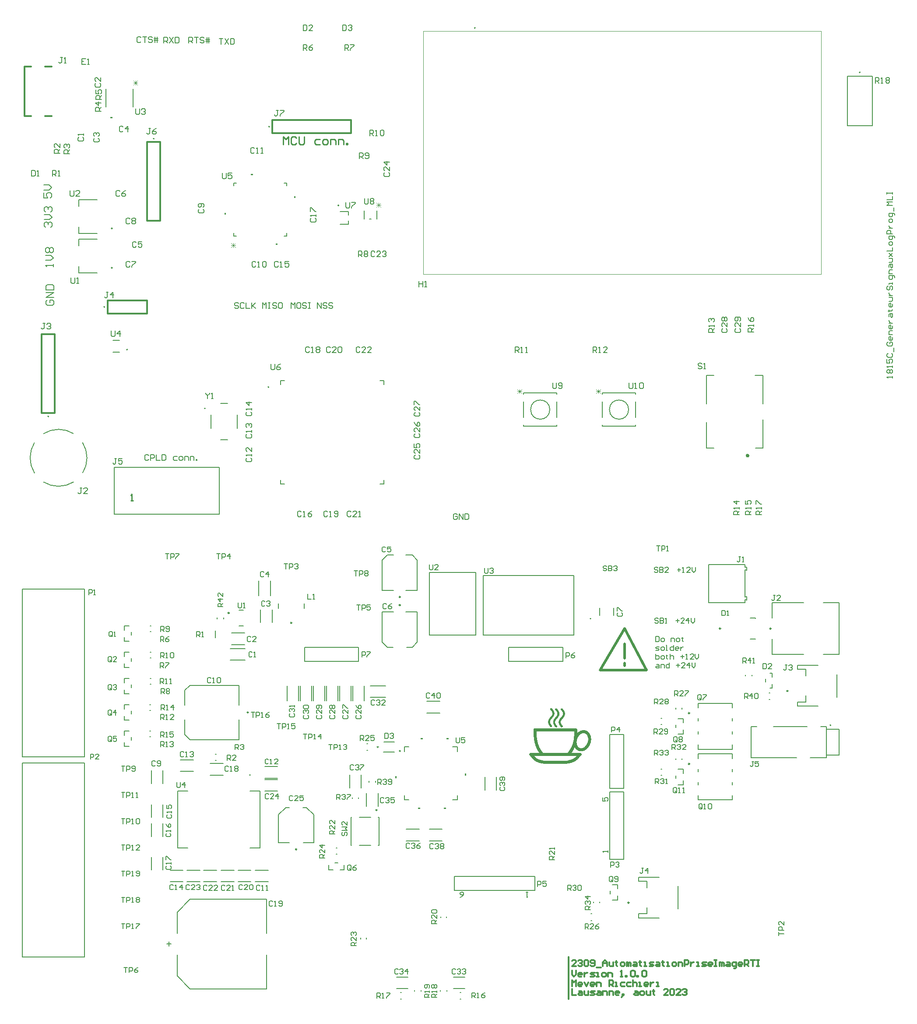
<source format=gbr>
%TF.GenerationSoftware,Altium Limited,Altium Designer,22.11.1 (43)*%
G04 Layer_Color=65535*
%FSLAX43Y43*%
%MOMM*%
%TF.SameCoordinates,25A6F12C-B93B-4C7C-9F5B-633324915364*%
%TF.FilePolarity,Positive*%
%TF.FileFunction,Legend,Top*%
%TF.Part,CustomerPanel*%
G01*
G75*
%TA.AperFunction,NonConductor*%
%ADD112C,0.200*%
%ADD113C,0.152*%
%ADD114C,0.305*%
%ADD115C,0.127*%
%ADD116C,0.300*%
%ADD117C,0.100*%
%ADD118C,0.076*%
%ADD119C,0.254*%
%ADD120C,0.250*%
%ADD121C,0.500*%
G36*
X24399Y178634D02*
X24018D01*
Y178888D01*
X24399D01*
Y178634D01*
D02*
G37*
G36*
X51591Y167598D02*
X51210D01*
Y167852D01*
X51591D01*
Y167598D01*
D02*
G37*
G36*
X59852Y163209D02*
X59598D01*
Y163590D01*
X59852D01*
Y163209D01*
D02*
G37*
G36*
X46402Y160009D02*
X46148D01*
Y160390D01*
X46402D01*
Y160009D01*
D02*
G37*
G36*
X56391Y154148D02*
X56010D01*
Y154402D01*
X56391D01*
Y154148D01*
D02*
G37*
G36*
X109330Y64592D02*
X109377D01*
Y64568D01*
X109400D01*
Y64545D01*
X109423D01*
Y64522D01*
X109447D01*
Y64499D01*
X109470D01*
Y64475D01*
X109493D01*
Y64452D01*
X109517D01*
Y64429D01*
X109540D01*
Y64405D01*
X109563D01*
Y64382D01*
X109586D01*
Y64336D01*
X109610D01*
Y64312D01*
X109633D01*
Y64289D01*
X109656D01*
Y64243D01*
X109679D01*
Y64219D01*
X109703D01*
Y64173D01*
X109726D01*
Y64149D01*
X109749D01*
Y64103D01*
X109773D01*
Y64056D01*
X109796D01*
Y64010D01*
X109819D01*
Y63963D01*
X109842D01*
Y63917D01*
X109866D01*
Y63847D01*
X109889D01*
Y63754D01*
X109912D01*
Y63381D01*
X109889D01*
Y63288D01*
X109866D01*
Y63219D01*
X109842D01*
Y63172D01*
X109819D01*
Y63125D01*
X109796D01*
Y63079D01*
X109773D01*
Y63032D01*
X109749D01*
Y63009D01*
X109726D01*
Y62963D01*
X109703D01*
Y62939D01*
X109679D01*
Y62893D01*
X109656D01*
Y62869D01*
X109633D01*
Y62846D01*
X109610D01*
Y62800D01*
X109586D01*
Y62776D01*
X109563D01*
Y62753D01*
X109540D01*
Y62730D01*
X109517D01*
Y62707D01*
X109493D01*
Y62660D01*
X109470D01*
Y62637D01*
X109447D01*
Y62613D01*
X109423D01*
Y62590D01*
X109400D01*
Y62567D01*
X109377D01*
Y62520D01*
X109354D01*
Y62497D01*
X109330D01*
Y62474D01*
X109307D01*
Y62451D01*
X109284D01*
Y62404D01*
X109261D01*
Y62381D01*
X109237D01*
Y62357D01*
X109214D01*
Y62311D01*
X109191D01*
Y62264D01*
X109167D01*
Y62218D01*
X109144D01*
Y62171D01*
X109121D01*
Y62125D01*
X109098D01*
Y62101D01*
Y62078D01*
Y61985D01*
X109074D01*
Y61915D01*
X109098D01*
Y61776D01*
X109121D01*
Y61706D01*
X109144D01*
Y61659D01*
X109167D01*
Y61613D01*
X109191D01*
Y61566D01*
X109214D01*
Y61520D01*
X109237D01*
Y61496D01*
X109261D01*
Y61450D01*
X109284D01*
Y61426D01*
X109307D01*
Y61380D01*
X109330D01*
Y61357D01*
X109354D01*
Y61333D01*
X109377D01*
Y61310D01*
X109400D01*
Y61264D01*
X109423D01*
Y61240D01*
X109447D01*
Y61194D01*
X109470D01*
Y61054D01*
X109447D01*
Y61008D01*
X109423D01*
Y60984D01*
X109400D01*
Y60961D01*
X109354D01*
Y60938D01*
X109191D01*
Y60961D01*
X109144D01*
Y60984D01*
X109121D01*
Y61008D01*
X109098D01*
Y61054D01*
X109074D01*
Y61077D01*
X109051D01*
Y61101D01*
X109028D01*
Y61124D01*
X109005D01*
Y61171D01*
X108981D01*
Y61194D01*
X108958D01*
Y61217D01*
X108935D01*
Y61264D01*
X108911D01*
Y61287D01*
X108888D01*
Y61333D01*
X108865D01*
Y61380D01*
X108842D01*
Y61426D01*
X108818D01*
Y61473D01*
X108795D01*
Y61520D01*
X108772D01*
Y61566D01*
X108748D01*
Y61636D01*
X108725D01*
Y61729D01*
X108702D01*
Y61869D01*
X108679D01*
Y62032D01*
X108702D01*
Y62171D01*
X108725D01*
Y62264D01*
X108748D01*
Y62311D01*
X108772D01*
Y62381D01*
X108795D01*
Y62404D01*
X108818D01*
Y62451D01*
X108842D01*
Y62497D01*
X108865D01*
Y62544D01*
X108888D01*
Y62567D01*
X108911D01*
Y62613D01*
X108935D01*
Y62637D01*
X108958D01*
Y62660D01*
X108981D01*
Y62707D01*
X109005D01*
Y62730D01*
X109028D01*
Y62753D01*
X109051D01*
Y62776D01*
X109074D01*
Y62823D01*
X109098D01*
Y62846D01*
X109121D01*
Y62869D01*
X109144D01*
Y62893D01*
X109167D01*
Y62916D01*
X109191D01*
Y62963D01*
X109214D01*
Y62986D01*
X109237D01*
Y63009D01*
X109261D01*
Y63032D01*
X109284D01*
Y63056D01*
X109307D01*
Y63102D01*
X109330D01*
Y63125D01*
X109354D01*
Y63149D01*
X109377D01*
Y63195D01*
X109400D01*
Y63219D01*
X109423D01*
Y63265D01*
X109447D01*
Y63312D01*
X109470D01*
Y63358D01*
X109493D01*
Y63428D01*
X109517D01*
Y63707D01*
X109493D01*
Y63777D01*
X109470D01*
Y63824D01*
X109447D01*
Y63870D01*
X109423D01*
Y63917D01*
X109400D01*
Y63963D01*
X109377D01*
Y63987D01*
X109354D01*
Y64033D01*
X109330D01*
Y64056D01*
X109307D01*
Y64080D01*
X109284D01*
Y64126D01*
X109261D01*
Y64149D01*
X109237D01*
Y64173D01*
X109214D01*
Y64196D01*
X109191D01*
Y64219D01*
X109167D01*
Y64243D01*
X109144D01*
Y64266D01*
X109121D01*
Y64312D01*
X109098D01*
Y64359D01*
X109074D01*
Y64475D01*
X109098D01*
Y64522D01*
X109121D01*
Y64545D01*
X109144D01*
Y64568D01*
X109167D01*
Y64592D01*
X109214D01*
Y64615D01*
X109330D01*
Y64592D01*
D02*
G37*
G36*
X111378Y64545D02*
X111425D01*
Y64522D01*
X111471D01*
Y64499D01*
X111495D01*
Y64475D01*
X111518D01*
Y64452D01*
X111541D01*
Y64429D01*
X111565D01*
Y64382D01*
X111588D01*
Y64359D01*
X111611D01*
Y64336D01*
X111634D01*
Y64312D01*
X111658D01*
Y64289D01*
X111681D01*
Y64243D01*
X111704D01*
Y64219D01*
X111727D01*
Y64196D01*
X111751D01*
Y64149D01*
X111774D01*
Y64103D01*
X111797D01*
Y64080D01*
X111821D01*
Y64033D01*
X111844D01*
Y63987D01*
X111867D01*
Y63940D01*
X111890D01*
Y63893D01*
X111914D01*
Y63824D01*
X111937D01*
Y63754D01*
X111960D01*
Y63637D01*
X111983D01*
Y63381D01*
X111960D01*
Y63288D01*
X111937D01*
Y63195D01*
X111914D01*
Y63149D01*
X111890D01*
Y63102D01*
X111867D01*
Y63056D01*
X111844D01*
Y63009D01*
X111821D01*
Y62963D01*
X111797D01*
Y62939D01*
X111774D01*
Y62893D01*
X111751D01*
Y62869D01*
X111727D01*
Y62846D01*
X111704D01*
Y62800D01*
X111681D01*
Y62776D01*
X111658D01*
Y62753D01*
X111634D01*
Y62730D01*
X111611D01*
Y62683D01*
X111588D01*
Y62660D01*
X111565D01*
Y62637D01*
X111541D01*
Y62613D01*
X111518D01*
Y62590D01*
X111495D01*
Y62544D01*
X111471D01*
Y62520D01*
X111448D01*
Y62497D01*
X111425D01*
Y62474D01*
X111402D01*
Y62451D01*
X111378D01*
Y62404D01*
X111355D01*
Y62381D01*
X111332D01*
Y62357D01*
X111309D01*
Y62311D01*
X111285D01*
Y62288D01*
X111262D01*
Y62241D01*
X111239D01*
Y62195D01*
X111215D01*
Y62148D01*
X111192D01*
Y62101D01*
X111169D01*
Y62032D01*
X111146D01*
Y61776D01*
X111169D01*
Y61683D01*
X111192D01*
Y61636D01*
X111215D01*
Y61589D01*
X111239D01*
Y61543D01*
X111262D01*
Y61496D01*
X111285D01*
Y61450D01*
X111309D01*
Y61426D01*
X111332D01*
Y61380D01*
X111355D01*
Y61357D01*
X111378D01*
Y61333D01*
X111402D01*
Y61287D01*
X111425D01*
Y61264D01*
X111448D01*
Y61240D01*
X111471D01*
Y61217D01*
X111495D01*
Y61171D01*
X111518D01*
Y61101D01*
X111541D01*
Y61054D01*
X111518D01*
Y60984D01*
X111495D01*
Y60938D01*
X111471D01*
Y60914D01*
X111425D01*
Y60891D01*
X111239D01*
Y60914D01*
X111215D01*
Y60938D01*
X111192D01*
Y60961D01*
X111169D01*
Y60984D01*
X111146D01*
Y61008D01*
X111122D01*
Y61031D01*
X111099D01*
Y61077D01*
X111076D01*
Y61101D01*
X111053D01*
Y61124D01*
X111029D01*
Y61171D01*
X111006D01*
Y61194D01*
X110983D01*
Y61240D01*
X110959D01*
Y61264D01*
X110936D01*
Y61310D01*
X110913D01*
Y61357D01*
X110890D01*
Y61380D01*
X110866D01*
Y61450D01*
X110843D01*
Y61496D01*
X110820D01*
Y61543D01*
X110797D01*
Y61636D01*
X110773D01*
Y61729D01*
X110750D01*
Y62078D01*
X110773D01*
Y62171D01*
X110797D01*
Y62241D01*
X110820D01*
Y62288D01*
X110843D01*
Y62357D01*
X110866D01*
Y62381D01*
X110890D01*
Y62427D01*
X110913D01*
Y62474D01*
X110936D01*
Y62497D01*
X110959D01*
Y62544D01*
X110983D01*
Y62567D01*
X111006D01*
Y62613D01*
X111029D01*
Y62637D01*
X111053D01*
Y62660D01*
X111076D01*
Y62707D01*
X111099D01*
Y62730D01*
X111122D01*
Y62753D01*
X111146D01*
Y62776D01*
X111169D01*
Y62800D01*
X111192D01*
Y62846D01*
X111215D01*
Y62869D01*
X111239D01*
Y62893D01*
X111262D01*
Y62916D01*
X111285D01*
Y62939D01*
X111309D01*
Y62986D01*
X111332D01*
Y63009D01*
X111355D01*
Y63032D01*
X111378D01*
Y63056D01*
X111402D01*
Y63102D01*
X111425D01*
Y63125D01*
X111448D01*
Y63149D01*
X111471D01*
Y63195D01*
X111495D01*
Y63242D01*
X111518D01*
Y63288D01*
X111541D01*
Y63335D01*
X111565D01*
Y63428D01*
X111588D01*
Y63591D01*
X111565D01*
Y63684D01*
X111541D01*
Y63754D01*
X111518D01*
Y63800D01*
X111495D01*
Y63847D01*
X111471D01*
Y63893D01*
X111448D01*
Y63917D01*
X111425D01*
Y63963D01*
X111402D01*
Y63987D01*
X111378D01*
Y64033D01*
X111355D01*
Y64056D01*
X111332D01*
Y64080D01*
X111309D01*
Y64103D01*
X111285D01*
Y64126D01*
X111262D01*
Y64173D01*
X111239D01*
Y64196D01*
X111215D01*
Y64219D01*
X111192D01*
Y64243D01*
X111169D01*
Y64266D01*
X111146D01*
Y64452D01*
X111169D01*
Y64499D01*
X111192D01*
Y64522D01*
X111239D01*
Y64545D01*
X111285D01*
Y64568D01*
X111378D01*
Y64545D01*
D02*
G37*
G36*
X110308D02*
X110354D01*
Y64522D01*
X110378D01*
Y64499D01*
X110401D01*
Y64475D01*
X110424D01*
Y64452D01*
X110447D01*
Y64429D01*
X110471D01*
Y64405D01*
X110494D01*
Y64382D01*
X110517D01*
Y64359D01*
X110541D01*
Y64336D01*
X110564D01*
Y64289D01*
X110587D01*
Y64266D01*
X110610D01*
Y64243D01*
X110634D01*
Y64196D01*
X110657D01*
Y64173D01*
X110680D01*
Y64149D01*
X110703D01*
Y64103D01*
X110727D01*
Y64056D01*
X110750D01*
Y64010D01*
X110773D01*
Y63987D01*
X110797D01*
Y63917D01*
X110820D01*
Y63870D01*
X110843D01*
Y63800D01*
X110866D01*
Y63731D01*
X110890D01*
Y63521D01*
X110913D01*
Y63498D01*
X110890D01*
Y63312D01*
X110866D01*
Y63219D01*
X110843D01*
Y63172D01*
X110820D01*
Y63125D01*
X110797D01*
Y63056D01*
X110773D01*
Y63032D01*
X110750D01*
Y62986D01*
X110727D01*
Y62939D01*
X110703D01*
Y62916D01*
X110680D01*
Y62869D01*
X110657D01*
Y62846D01*
X110634D01*
Y62823D01*
X110610D01*
Y62776D01*
X110587D01*
Y62753D01*
X110564D01*
Y62730D01*
X110541D01*
Y62707D01*
X110517D01*
Y62660D01*
X110494D01*
Y62637D01*
X110471D01*
Y62613D01*
X110447D01*
Y62590D01*
X110424D01*
Y62567D01*
X110401D01*
Y62544D01*
X110378D01*
Y62497D01*
X110354D01*
Y62474D01*
X110331D01*
Y62451D01*
X110308D01*
Y62427D01*
X110285D01*
Y62381D01*
X110261D01*
Y62357D01*
X110238D01*
Y62334D01*
X110215D01*
Y62288D01*
X110191D01*
Y62264D01*
X110168D01*
Y62218D01*
X110145D01*
Y62171D01*
X110122D01*
Y62125D01*
X110098D01*
Y62055D01*
X110075D01*
Y61729D01*
X110098D01*
Y61659D01*
X110122D01*
Y61613D01*
X110145D01*
Y61566D01*
X110168D01*
Y61520D01*
X110191D01*
Y61473D01*
X110215D01*
Y61450D01*
X110238D01*
Y61403D01*
X110261D01*
Y61380D01*
X110285D01*
Y61333D01*
X110308D01*
Y61310D01*
X110331D01*
Y61287D01*
X110354D01*
Y61264D01*
X110378D01*
Y61217D01*
X110401D01*
Y61194D01*
X110424D01*
Y61147D01*
X110447D01*
Y61008D01*
X110424D01*
Y60961D01*
X110401D01*
Y60938D01*
X110378D01*
Y60914D01*
X110354D01*
Y60891D01*
X110261D01*
Y60868D01*
X110238D01*
Y60891D01*
X110168D01*
Y60914D01*
X110122D01*
Y60938D01*
X110098D01*
Y60961D01*
X110075D01*
Y61008D01*
X110052D01*
Y61031D01*
X110029D01*
Y61054D01*
X110005D01*
Y61077D01*
X109982D01*
Y61124D01*
X109959D01*
Y61147D01*
X109935D01*
Y61171D01*
X109912D01*
Y61194D01*
Y61217D01*
X109889D01*
Y61264D01*
X109866D01*
Y61287D01*
X109842D01*
Y61333D01*
X109819D01*
Y61380D01*
X109796D01*
Y61426D01*
X109773D01*
Y61473D01*
X109749D01*
Y61543D01*
X109726D01*
Y61589D01*
X109703D01*
Y61683D01*
X109679D01*
Y61869D01*
X109656D01*
Y61915D01*
X109679D01*
Y62101D01*
X109703D01*
Y62195D01*
X109726D01*
Y62264D01*
X109749D01*
Y62311D01*
X109773D01*
Y62357D01*
X109796D01*
Y62404D01*
X109819D01*
Y62451D01*
X109842D01*
Y62474D01*
X109866D01*
Y62520D01*
X109889D01*
Y62544D01*
X109912D01*
Y62590D01*
X109935D01*
Y62613D01*
X109959D01*
Y62637D01*
X109982D01*
Y62683D01*
X110005D01*
Y62707D01*
X110029D01*
Y62730D01*
X110052D01*
Y62753D01*
X110075D01*
Y62800D01*
X110098D01*
Y62823D01*
X110122D01*
Y62846D01*
X110145D01*
Y62869D01*
X110168D01*
Y62893D01*
X110191D01*
Y62939D01*
X110215D01*
Y62963D01*
X110238D01*
Y62986D01*
X110261D01*
Y63009D01*
X110285D01*
Y63032D01*
X110308D01*
Y63079D01*
X110331D01*
Y63102D01*
X110354D01*
Y63149D01*
X110378D01*
Y63172D01*
X110401D01*
Y63219D01*
X110424D01*
Y63265D01*
X110447D01*
Y63312D01*
X110471D01*
Y63358D01*
X110494D01*
Y63661D01*
X110471D01*
Y63731D01*
X110447D01*
Y63777D01*
X110424D01*
Y63824D01*
X110401D01*
Y63870D01*
X110378D01*
Y63917D01*
X110354D01*
Y63940D01*
X110331D01*
Y63987D01*
X110308D01*
Y64010D01*
X110285D01*
Y64033D01*
X110261D01*
Y64080D01*
X110238D01*
Y64103D01*
X110215D01*
Y64126D01*
X110191D01*
Y64149D01*
X110168D01*
Y64173D01*
X110145D01*
Y64196D01*
X110122D01*
Y64219D01*
X110098D01*
Y64266D01*
X110075D01*
Y64312D01*
X110052D01*
Y64405D01*
X110075D01*
Y64475D01*
X110098D01*
Y64499D01*
X110122D01*
Y64522D01*
X110145D01*
Y64545D01*
X110215D01*
Y64568D01*
X110308D01*
Y64545D01*
D02*
G37*
G36*
X89440Y58598D02*
X89060D01*
Y58852D01*
X89440D01*
Y58598D01*
D02*
G37*
G36*
X84440D02*
X84060D01*
Y58852D01*
X84440D01*
Y58598D01*
D02*
G37*
G36*
X114101Y60682D02*
X114171D01*
Y60658D01*
X114218D01*
Y60635D01*
X114241D01*
Y60612D01*
X114264D01*
Y60589D01*
X114288D01*
Y60565D01*
X114311D01*
Y60519D01*
X114334D01*
Y60449D01*
X114357D01*
Y59890D01*
X114334D01*
Y59797D01*
X114381D01*
Y59821D01*
X114404D01*
Y59844D01*
X114427D01*
Y59867D01*
X114450D01*
Y59890D01*
X114474D01*
Y59914D01*
X114497D01*
Y59937D01*
X114520D01*
Y59960D01*
X114544D01*
Y59984D01*
X114590D01*
Y60007D01*
X114613D01*
Y60030D01*
X114637D01*
Y60053D01*
X114683D01*
Y60077D01*
X114706D01*
Y60100D01*
X114753D01*
Y60123D01*
X114800D01*
Y60146D01*
X114846D01*
Y60170D01*
X114869D01*
Y60193D01*
X114939D01*
Y60216D01*
X114986D01*
Y60240D01*
X115032D01*
Y60263D01*
X115102D01*
Y60286D01*
X115172D01*
Y60309D01*
X115288D01*
Y60333D01*
X115428D01*
Y60356D01*
X115730D01*
Y60333D01*
X115847D01*
Y60309D01*
X115940D01*
Y60286D01*
X116010D01*
Y60263D01*
X116080D01*
Y60240D01*
X116126D01*
Y60216D01*
X116173D01*
Y60193D01*
X116219D01*
Y60170D01*
X116266D01*
Y60146D01*
X116312D01*
Y60123D01*
X116336D01*
Y60100D01*
X116359D01*
Y60077D01*
X116405D01*
Y60053D01*
X116429D01*
Y60030D01*
X116452D01*
Y60007D01*
X116475D01*
Y59984D01*
X116498D01*
Y59960D01*
X116522D01*
Y59937D01*
X116545D01*
Y59914D01*
X116568D01*
Y59890D01*
X116592D01*
Y59867D01*
X116615D01*
Y59844D01*
X116638D01*
Y59821D01*
X116661D01*
Y59774D01*
X116685D01*
Y59751D01*
X116708D01*
Y59704D01*
X116731D01*
Y59681D01*
X116755D01*
Y59634D01*
X116778D01*
Y59588D01*
X116801D01*
Y59541D01*
X116824D01*
Y59495D01*
X116848D01*
Y59448D01*
X116871D01*
Y59402D01*
X116894D01*
Y59332D01*
X116917D01*
Y59262D01*
X116941D01*
Y59192D01*
X116964D01*
Y59076D01*
X116987D01*
Y58960D01*
X117011D01*
Y58750D01*
X117034D01*
Y58448D01*
X117011D01*
Y58238D01*
X116987D01*
Y58098D01*
X116964D01*
Y58005D01*
X116941D01*
Y57912D01*
X116917D01*
Y57842D01*
X116894D01*
Y57773D01*
X116871D01*
Y57703D01*
X116848D01*
Y57633D01*
X116824D01*
Y57586D01*
X116801D01*
Y57540D01*
X116778D01*
Y57470D01*
X116755D01*
Y57424D01*
X116731D01*
Y57377D01*
X116708D01*
Y57354D01*
X116685D01*
Y57307D01*
X116661D01*
Y57261D01*
X116638D01*
Y57214D01*
X116615D01*
Y57191D01*
X116592D01*
Y57144D01*
X116568D01*
Y57121D01*
X116545D01*
Y57098D01*
X116522D01*
Y57051D01*
X116498D01*
Y57028D01*
X116475D01*
Y57005D01*
X116452D01*
Y56958D01*
X116429D01*
Y56935D01*
X116405D01*
Y56911D01*
X116382D01*
Y56888D01*
X116359D01*
Y56865D01*
X116336D01*
Y56842D01*
X116312D01*
Y56818D01*
X116289D01*
Y56795D01*
X116266D01*
Y56772D01*
X116243D01*
Y56749D01*
X116219D01*
Y56725D01*
X116196D01*
Y56702D01*
X116173D01*
Y56679D01*
X116149D01*
Y56655D01*
X116103D01*
Y56632D01*
X116080D01*
Y56609D01*
X116056D01*
Y56586D01*
X116010D01*
Y56562D01*
X115986D01*
Y56539D01*
X115940D01*
Y56516D01*
X115917D01*
Y56493D01*
X115870D01*
Y56469D01*
X115824D01*
Y56446D01*
X115800D01*
Y56423D01*
X115754D01*
Y56399D01*
X115684D01*
Y56376D01*
X115637D01*
Y56353D01*
X115568D01*
Y56330D01*
X115498D01*
Y56306D01*
X115405D01*
Y56283D01*
X115288D01*
Y56260D01*
X114893D01*
Y56283D01*
X114776D01*
Y56306D01*
X114683D01*
Y56330D01*
X114613D01*
Y56353D01*
X114567D01*
Y56376D01*
X114520D01*
Y56399D01*
X114474D01*
Y56423D01*
X114427D01*
Y56446D01*
X114381D01*
Y56469D01*
X114357D01*
Y56493D01*
X114311D01*
Y56516D01*
X114288D01*
Y56539D01*
X114264D01*
Y56562D01*
X114218D01*
Y56586D01*
X114194D01*
Y56609D01*
X114171D01*
Y56632D01*
X114148D01*
Y56655D01*
X114125D01*
Y56679D01*
X114101D01*
Y56702D01*
X114078D01*
Y56725D01*
X114055D01*
Y56749D01*
X114032D01*
Y56795D01*
X114008D01*
Y56818D01*
X113985D01*
Y56842D01*
X113962D01*
Y56888D01*
X113938D01*
Y56911D01*
X113915D01*
Y56958D01*
X113892D01*
Y57005D01*
X113869D01*
Y57028D01*
X113822D01*
Y56958D01*
X113799D01*
Y56911D01*
X113776D01*
Y56865D01*
X113752D01*
Y56818D01*
X113729D01*
Y56772D01*
X113706D01*
Y56725D01*
X113682D01*
Y56679D01*
X113659D01*
Y56632D01*
X113636D01*
Y56586D01*
X113613D01*
Y56539D01*
X113589D01*
Y56516D01*
X113566D01*
Y56469D01*
X113543D01*
Y56423D01*
X113520D01*
Y56376D01*
X113496D01*
Y56353D01*
X113473D01*
Y56306D01*
X113450D01*
Y56283D01*
X113426D01*
Y56237D01*
X113403D01*
Y56213D01*
X113380D01*
Y56167D01*
X113357D01*
Y56143D01*
X113333D01*
Y56097D01*
X113310D01*
Y56074D01*
X113287D01*
Y56027D01*
X113264D01*
Y56004D01*
X113240D01*
Y55981D01*
X113217D01*
Y55957D01*
X114939D01*
Y55934D01*
X115009D01*
Y55911D01*
X115056D01*
Y55887D01*
X115079D01*
Y55864D01*
X115102D01*
Y55841D01*
X115125D01*
Y55794D01*
X115149D01*
Y55748D01*
X115172D01*
Y55562D01*
X115149D01*
Y55515D01*
X115125D01*
Y55469D01*
X115102D01*
Y55445D01*
X115079D01*
Y55422D01*
X115056D01*
Y55399D01*
X115032D01*
Y55375D01*
X115009D01*
Y55352D01*
X114986D01*
Y55329D01*
X114962D01*
Y55306D01*
X114939D01*
Y55282D01*
X114916D01*
Y55259D01*
X114893D01*
Y55236D01*
X114869D01*
Y55213D01*
X114846D01*
Y55189D01*
X114823D01*
Y55166D01*
X114800D01*
Y55143D01*
X114776D01*
Y55119D01*
X114753D01*
Y55096D01*
X114730D01*
Y55050D01*
X114706D01*
Y55026D01*
X114683D01*
Y55003D01*
X114660D01*
Y54980D01*
X114637D01*
Y54957D01*
X114613D01*
Y54933D01*
X114590D01*
Y54910D01*
X114567D01*
Y54887D01*
X114544D01*
Y54863D01*
X114520D01*
Y54840D01*
X114497D01*
Y54817D01*
X114474D01*
Y54794D01*
X114450D01*
Y54770D01*
X114427D01*
Y54747D01*
X114404D01*
Y54724D01*
X114381D01*
Y54701D01*
X114357D01*
Y54677D01*
X114334D01*
Y54654D01*
X114311D01*
Y54631D01*
X114288D01*
Y54607D01*
X114264D01*
Y54584D01*
X114241D01*
Y54561D01*
X114194D01*
Y54538D01*
X114171D01*
Y54514D01*
X114148D01*
Y54491D01*
X114101D01*
Y54468D01*
X114078D01*
Y54445D01*
X114055D01*
Y54421D01*
X114008D01*
Y54398D01*
X113985D01*
Y54375D01*
X113938D01*
Y54351D01*
X113892D01*
Y54328D01*
X113845D01*
Y54305D01*
X113822D01*
Y54282D01*
X113776D01*
Y54258D01*
X113729D01*
Y54235D01*
X113682D01*
Y54212D01*
X113613D01*
Y54189D01*
X113566D01*
Y54165D01*
X113496D01*
Y54142D01*
X113450D01*
Y54119D01*
X113380D01*
Y54095D01*
X113310D01*
Y54072D01*
X113240D01*
Y54049D01*
X113147D01*
Y54026D01*
X113077D01*
Y54002D01*
X112984D01*
Y53979D01*
X112891D01*
Y53956D01*
X112798D01*
Y53933D01*
X112682D01*
Y53909D01*
X112565D01*
Y53886D01*
X112426D01*
Y53863D01*
X112309D01*
Y53839D01*
X112146D01*
Y53816D01*
X108074D01*
Y53839D01*
X107887D01*
Y53863D01*
X107748D01*
Y53886D01*
X107608D01*
Y53909D01*
X107468D01*
Y53933D01*
X107352D01*
Y53956D01*
X107259D01*
Y53979D01*
X107166D01*
Y54002D01*
X107073D01*
Y54026D01*
X106980D01*
Y54049D01*
X106910D01*
Y54072D01*
X106840D01*
Y54095D01*
X106770D01*
Y54119D01*
X106700D01*
Y54142D01*
X106654D01*
Y54165D01*
X106584D01*
Y54189D01*
X106538D01*
Y54212D01*
X106491D01*
Y54235D01*
X106444D01*
Y54258D01*
X106398D01*
Y54282D01*
X106351D01*
Y54305D01*
X106328D01*
Y54328D01*
X106282D01*
Y54351D01*
X106235D01*
Y54375D01*
X106212D01*
Y54398D01*
X106165D01*
Y54421D01*
X106142D01*
Y54445D01*
X106119D01*
Y54468D01*
X106072D01*
Y54491D01*
X106049D01*
Y54514D01*
X106026D01*
Y54538D01*
X106002D01*
Y54561D01*
X105956D01*
Y54584D01*
X105932D01*
Y54607D01*
X105909D01*
Y54631D01*
X105886D01*
Y54654D01*
X105863D01*
Y54677D01*
X105839D01*
Y54701D01*
X105816D01*
Y54724D01*
X105793D01*
Y54747D01*
X105770D01*
Y54770D01*
X105746D01*
Y54794D01*
X105723D01*
Y54817D01*
X105700D01*
Y54840D01*
X105676D01*
Y54887D01*
X105653D01*
Y54910D01*
X105630D01*
Y54933D01*
X105607D01*
Y54957D01*
X105583D01*
Y54980D01*
X105560D01*
Y55003D01*
X105537D01*
Y55026D01*
X105514D01*
Y55050D01*
X105490D01*
Y55096D01*
X105467D01*
Y55119D01*
X105444D01*
Y55143D01*
X105420D01*
Y55166D01*
X105397D01*
Y55189D01*
X105374D01*
Y55213D01*
X105351D01*
Y55236D01*
X105327D01*
Y55282D01*
X105304D01*
Y55306D01*
X105281D01*
Y55329D01*
X105258D01*
Y55352D01*
X105234D01*
Y55375D01*
X105211D01*
Y55399D01*
X105188D01*
Y55422D01*
X105164D01*
Y55445D01*
X105141D01*
Y55469D01*
X105118D01*
Y55492D01*
X105095D01*
Y55562D01*
X105071D01*
Y55771D01*
X105095D01*
Y55818D01*
X105118D01*
Y55841D01*
X105141D01*
Y55864D01*
X105164D01*
Y55887D01*
X105188D01*
Y55911D01*
X105234D01*
Y55934D01*
X105304D01*
Y55957D01*
X106980D01*
Y55981D01*
X106956D01*
Y56004D01*
X106933D01*
Y56027D01*
X106910D01*
Y56074D01*
X106887D01*
Y56097D01*
X106863D01*
Y56143D01*
X106840D01*
Y56167D01*
X106817D01*
Y56213D01*
X106794D01*
Y56260D01*
X106770D01*
Y56283D01*
X106747D01*
Y56330D01*
X106724D01*
Y56353D01*
X106700D01*
Y56399D01*
X106677D01*
Y56446D01*
X106654D01*
Y56493D01*
X106631D01*
Y56539D01*
X106607D01*
Y56562D01*
X106584D01*
Y56609D01*
X106561D01*
Y56655D01*
X106538D01*
Y56702D01*
X106514D01*
Y56749D01*
X106491D01*
Y56795D01*
X106468D01*
Y56865D01*
X106444D01*
Y56911D01*
X106421D01*
Y56958D01*
X106398D01*
Y57028D01*
X106375D01*
Y57074D01*
X106351D01*
Y57144D01*
X106328D01*
Y57191D01*
X106305D01*
Y57261D01*
X106282D01*
Y57330D01*
X106258D01*
Y57400D01*
X106235D01*
Y57470D01*
X106212D01*
Y57540D01*
X106188D01*
Y57610D01*
X106165D01*
Y57703D01*
X106142D01*
Y57796D01*
X106119D01*
Y57866D01*
X106095D01*
Y57982D01*
X106072D01*
Y58075D01*
X106049D01*
Y58192D01*
X106026D01*
Y58308D01*
X106002D01*
Y58448D01*
X105979D01*
Y58587D01*
X105956D01*
Y58750D01*
X105932D01*
Y58983D01*
X105909D01*
Y59216D01*
X105886D01*
Y59565D01*
X105863D01*
Y60519D01*
X105886D01*
Y60565D01*
X105909D01*
Y60589D01*
X105932D01*
Y60612D01*
X105956D01*
Y60635D01*
X105979D01*
Y60658D01*
X106026D01*
Y60682D01*
X106095D01*
Y60705D01*
X114101D01*
Y60682D01*
D02*
G37*
G36*
X92852Y51560D02*
X92598D01*
Y51940D01*
X92852D01*
Y51560D01*
D02*
G37*
G36*
X79402Y51060D02*
X79148D01*
Y51440D01*
X79402D01*
Y51060D01*
D02*
G37*
G36*
X88940Y45148D02*
X88560D01*
Y45402D01*
X88940D01*
Y45148D01*
D02*
G37*
G36*
X83940D02*
X83560D01*
Y45402D01*
X83940D01*
Y45148D01*
D02*
G37*
%LPC*%
G36*
X115730Y59751D02*
X115405D01*
Y59728D01*
X115312D01*
Y59704D01*
X115242D01*
Y59681D01*
X115195D01*
Y59658D01*
X115149D01*
Y59634D01*
X115102D01*
Y59611D01*
X115056D01*
Y59588D01*
X115009D01*
Y59565D01*
X114986D01*
Y59541D01*
X114962D01*
Y59518D01*
X114916D01*
Y59495D01*
X114893D01*
Y59472D01*
X114869D01*
Y59448D01*
X114846D01*
Y59425D01*
X114823D01*
Y59402D01*
X114800D01*
Y59378D01*
X114776D01*
Y59355D01*
X114753D01*
Y59332D01*
X114730D01*
Y59309D01*
X114706D01*
Y59285D01*
X114683D01*
Y59262D01*
X114660D01*
Y59239D01*
X114637D01*
Y59192D01*
X114613D01*
Y59169D01*
X114590D01*
Y59146D01*
X114567D01*
Y59099D01*
X114544D01*
Y59053D01*
X114520D01*
Y59029D01*
X114497D01*
Y58983D01*
X114474D01*
Y58936D01*
X114450D01*
Y58890D01*
X114427D01*
Y58843D01*
X114404D01*
Y58797D01*
X114381D01*
Y58727D01*
X114357D01*
Y58680D01*
X114334D01*
Y58610D01*
X114311D01*
Y58541D01*
X114288D01*
Y58424D01*
X114264D01*
Y58331D01*
X114241D01*
Y58122D01*
X114218D01*
Y57889D01*
X114241D01*
Y57703D01*
X114264D01*
Y57586D01*
X114288D01*
Y57517D01*
X114311D01*
Y57447D01*
X114334D01*
Y57400D01*
X114357D01*
Y57330D01*
X114381D01*
Y57307D01*
X114404D01*
Y57261D01*
X114427D01*
Y57214D01*
X114450D01*
Y57191D01*
X114474D01*
Y57144D01*
X114497D01*
Y57121D01*
X114520D01*
Y57098D01*
X114544D01*
Y57074D01*
X114567D01*
Y57051D01*
X114590D01*
Y57028D01*
X114613D01*
Y57005D01*
X114660D01*
Y56981D01*
X114683D01*
Y56958D01*
X114730D01*
Y56935D01*
X114776D01*
Y56911D01*
X114823D01*
Y56888D01*
X114893D01*
Y56865D01*
X115032D01*
Y56842D01*
X115149D01*
Y56865D01*
X115288D01*
Y56888D01*
X115358D01*
Y56911D01*
X115428D01*
Y56935D01*
X115474D01*
Y56958D01*
X115521D01*
Y56981D01*
X115568D01*
Y57005D01*
X115614D01*
Y57028D01*
X115637D01*
Y57051D01*
X115684D01*
Y57074D01*
X115707D01*
Y57098D01*
X115754D01*
Y57121D01*
X115777D01*
Y57144D01*
X115800D01*
Y57167D01*
X115824D01*
Y57191D01*
X115847D01*
Y57214D01*
X115870D01*
Y57237D01*
X115893D01*
Y57261D01*
X115917D01*
Y57284D01*
X115940D01*
Y57307D01*
X115963D01*
Y57330D01*
X115986D01*
Y57354D01*
X116010D01*
Y57400D01*
X116033D01*
Y57424D01*
X116056D01*
Y57447D01*
X116080D01*
Y57493D01*
X116103D01*
Y57517D01*
X116126D01*
Y57563D01*
X116149D01*
Y57610D01*
X116173D01*
Y57656D01*
X116196D01*
Y57680D01*
X116219D01*
Y57726D01*
X116243D01*
Y57796D01*
X116266D01*
Y57842D01*
X116289D01*
Y57889D01*
X116312D01*
Y57959D01*
X116336D01*
Y58029D01*
X116359D01*
Y58122D01*
X116382D01*
Y58215D01*
X116405D01*
Y58354D01*
X116429D01*
Y58843D01*
X116405D01*
Y58983D01*
X116382D01*
Y59053D01*
X116359D01*
Y59122D01*
X116336D01*
Y59192D01*
X116312D01*
Y59239D01*
X116289D01*
Y59285D01*
X116266D01*
Y59332D01*
X116243D01*
Y59378D01*
X116219D01*
Y59402D01*
X116196D01*
Y59448D01*
X116173D01*
Y59472D01*
X116149D01*
Y59495D01*
X116126D01*
Y59518D01*
X116103D01*
Y59541D01*
X116080D01*
Y59565D01*
X116056D01*
Y59588D01*
X116033D01*
Y59611D01*
X115986D01*
Y59634D01*
X115963D01*
Y59658D01*
X115917D01*
Y59681D01*
X115870D01*
Y59704D01*
X115824D01*
Y59728D01*
X115730D01*
Y59751D01*
D02*
G37*
G36*
X113752Y60100D02*
X106444D01*
Y59867D01*
X106468D01*
Y59378D01*
X106491D01*
Y59099D01*
X106514D01*
Y58890D01*
X106538D01*
Y58704D01*
X106561D01*
Y58564D01*
X106584D01*
Y58424D01*
X106607D01*
Y58308D01*
X106631D01*
Y58192D01*
X106654D01*
Y58098D01*
X106677D01*
Y58005D01*
X106700D01*
Y57912D01*
X106724D01*
Y57819D01*
X106747D01*
Y57749D01*
X106770D01*
Y57656D01*
X106794D01*
Y57586D01*
X106817D01*
Y57517D01*
X106840D01*
Y57470D01*
X106863D01*
Y57400D01*
X106887D01*
Y57330D01*
X106910D01*
Y57284D01*
X106933D01*
Y57214D01*
X106956D01*
Y57167D01*
X106980D01*
Y57121D01*
X107003D01*
Y57051D01*
X107026D01*
Y57005D01*
X107050D01*
Y56958D01*
X107073D01*
Y56911D01*
X107096D01*
Y56865D01*
X107119D01*
Y56842D01*
X107143D01*
Y56795D01*
X107166D01*
Y56749D01*
X107189D01*
Y56702D01*
X107212D01*
Y56655D01*
X107236D01*
Y56632D01*
X107259D01*
Y56586D01*
X107282D01*
Y56539D01*
X107306D01*
Y56516D01*
X107329D01*
Y56469D01*
X107352D01*
Y56446D01*
X107375D01*
Y56399D01*
X107399D01*
Y56376D01*
X107422D01*
Y56353D01*
X107445D01*
Y56306D01*
X107468D01*
Y56283D01*
X107492D01*
Y56237D01*
X107515D01*
Y56213D01*
X107538D01*
Y56190D01*
X107562D01*
Y56167D01*
X107585D01*
Y56120D01*
X107608D01*
Y56097D01*
X107631D01*
Y56074D01*
X107655D01*
Y56050D01*
X107678D01*
Y56004D01*
X107701D01*
Y55981D01*
X107724D01*
Y55957D01*
X112449D01*
Y55981D01*
X112472D01*
Y56004D01*
X112495D01*
Y56027D01*
X112519D01*
Y56050D01*
X112542D01*
Y56074D01*
X112565D01*
Y56097D01*
X112589D01*
Y56143D01*
X112612D01*
Y56167D01*
X112635D01*
Y56190D01*
X112658D01*
Y56213D01*
X112682D01*
Y56260D01*
X112705D01*
Y56283D01*
X112728D01*
Y56306D01*
X112752D01*
Y56353D01*
X112775D01*
Y56376D01*
X112798D01*
Y56399D01*
X112821D01*
Y56446D01*
X112845D01*
Y56469D01*
X112868D01*
Y56516D01*
X112891D01*
Y56539D01*
X112914D01*
Y56586D01*
X112938D01*
Y56609D01*
X112961D01*
Y56655D01*
X112984D01*
Y56679D01*
X113008D01*
Y56725D01*
X113031D01*
Y56772D01*
X113054D01*
Y56818D01*
X113077D01*
Y56842D01*
X113101D01*
Y56888D01*
X113124D01*
Y56935D01*
X113147D01*
Y56981D01*
X113170D01*
Y57028D01*
X113194D01*
Y57074D01*
X113217D01*
Y57121D01*
X113240D01*
Y57167D01*
X113264D01*
Y57214D01*
X113287D01*
Y57284D01*
X113310D01*
Y57330D01*
X113333D01*
Y57400D01*
X113357D01*
Y57447D01*
X113380D01*
Y57517D01*
X113403D01*
Y57586D01*
X113426D01*
Y57656D01*
X113450D01*
Y57726D01*
X113473D01*
Y57819D01*
X113496D01*
Y57889D01*
X113520D01*
Y57982D01*
X113543D01*
Y58075D01*
X113566D01*
Y58192D01*
X113589D01*
Y58285D01*
X113613D01*
Y58424D01*
X113636D01*
Y58564D01*
X113659D01*
Y58727D01*
X113682D01*
Y58936D01*
X113706D01*
Y59169D01*
X113729D01*
Y59541D01*
X113752D01*
Y60100D01*
D02*
G37*
G36*
X114171Y55352D02*
X106049D01*
Y55329D01*
X106072D01*
Y55306D01*
X106095D01*
Y55282D01*
X106119D01*
Y55236D01*
X106142D01*
Y55213D01*
X106165D01*
Y55189D01*
X106188D01*
Y55166D01*
X106212D01*
Y55143D01*
X106235D01*
Y55119D01*
X106258D01*
Y55096D01*
X106282D01*
Y55073D01*
X106305D01*
Y55050D01*
X106328D01*
Y55026D01*
X106351D01*
Y55003D01*
X106398D01*
Y54980D01*
X106421D01*
Y54957D01*
X106444D01*
Y54933D01*
X106468D01*
Y54910D01*
X106514D01*
Y54887D01*
X106538D01*
Y54863D01*
X106584D01*
Y54840D01*
X106631D01*
Y54817D01*
X106654D01*
Y54794D01*
X106700D01*
Y54770D01*
X106747D01*
Y54747D01*
X106794D01*
Y54724D01*
X106863D01*
Y54701D01*
X106910D01*
Y54677D01*
X106980D01*
Y54654D01*
X107050D01*
Y54631D01*
X107119D01*
Y54607D01*
X107189D01*
Y54584D01*
X107282D01*
Y54561D01*
X107375D01*
Y54538D01*
X107492D01*
Y54514D01*
X107585D01*
Y54491D01*
X107724D01*
Y54468D01*
X107864D01*
Y54445D01*
X108027D01*
Y54421D01*
X108190D01*
Y54398D01*
X112030D01*
Y54421D01*
X112170D01*
Y54445D01*
X112309D01*
Y54468D01*
X112449D01*
Y54491D01*
X112565D01*
Y54514D01*
X112658D01*
Y54538D01*
X112775D01*
Y54561D01*
X112868D01*
Y54584D01*
X112938D01*
Y54607D01*
X113031D01*
Y54631D01*
X113101D01*
Y54654D01*
X113170D01*
Y54677D01*
X113240D01*
Y54701D01*
X113310D01*
Y54724D01*
X113357D01*
Y54747D01*
X113403D01*
Y54770D01*
X113473D01*
Y54794D01*
X113520D01*
Y54817D01*
X113566D01*
Y54840D01*
X113589D01*
Y54863D01*
X113636D01*
Y54887D01*
X113682D01*
Y54910D01*
X113706D01*
Y54933D01*
X113752D01*
Y54957D01*
X113776D01*
Y54980D01*
X113799D01*
Y55003D01*
X113822D01*
Y55026D01*
X113869D01*
Y55050D01*
X113892D01*
Y55073D01*
X113915D01*
Y55096D01*
X113938D01*
Y55119D01*
X113962D01*
Y55143D01*
X113985D01*
Y55166D01*
X114008D01*
Y55189D01*
X114032D01*
Y55213D01*
X114055D01*
Y55236D01*
X114078D01*
Y55259D01*
X114101D01*
Y55282D01*
X114125D01*
Y55306D01*
X114148D01*
Y55329D01*
X114171D01*
Y55352D01*
D02*
G37*
%LPD*%
D112*
X27350Y133910D02*
G03*
X27350Y133910I-100J0D01*
G01*
X22960Y142180D02*
G03*
X22960Y142180I-100J0D01*
G01*
X94620Y196100D02*
G03*
X94420Y196100I-100J0D01*
G01*
D02*
G03*
X94620Y196100I100J0D01*
G01*
X42400Y122540D02*
G03*
X42400Y122540I-100J0D01*
G01*
X54680Y126670D02*
G03*
X54680Y126670I-100J0D01*
G01*
X24400Y149720D02*
G03*
X24400Y149720I-100J0D01*
G01*
Y157340D02*
G03*
X24400Y157340I-100J0D01*
G01*
X169100Y187500D02*
G03*
X169100Y187500I-100J0D01*
G01*
X12100Y121000D02*
G03*
X12100Y121000I-100J0D01*
G01*
X32500Y174680D02*
G03*
X32500Y174680I-100J0D01*
G01*
X54830Y177000D02*
G03*
X54830Y177000I-100J0D01*
G01*
X11800Y143480D02*
X11550Y143230D01*
Y142730D01*
X11800Y142480D01*
X12800D01*
X13050Y142730D01*
Y143230D01*
X12800Y143480D01*
X12300D01*
Y142980D01*
X13050Y143980D02*
X11550D01*
X13050Y144979D01*
X11550D01*
Y145479D02*
X13050D01*
Y146229D01*
X12800Y146479D01*
X11800D01*
X11550Y146229D01*
Y145479D01*
X64096Y141872D02*
Y142972D01*
X64829Y141872D01*
Y142972D01*
X65929Y142788D02*
X65745Y142972D01*
X65379D01*
X65196Y142788D01*
Y142605D01*
X65379Y142422D01*
X65745D01*
X65929Y142239D01*
Y142055D01*
X65745Y141872D01*
X65379D01*
X65196Y142055D01*
X67028Y142788D02*
X66845Y142972D01*
X66479D01*
X66295Y142788D01*
Y142605D01*
X66479Y142422D01*
X66845D01*
X67028Y142239D01*
Y142055D01*
X66845Y141872D01*
X66479D01*
X66295Y142055D01*
X59016Y141872D02*
Y142972D01*
X59383Y142605D01*
X59749Y142972D01*
Y141872D01*
X60665Y142972D02*
X60299D01*
X60116Y142788D01*
Y142055D01*
X60299Y141872D01*
X60665D01*
X60849Y142055D01*
Y142788D01*
X60665Y142972D01*
X61948Y142788D02*
X61765Y142972D01*
X61399D01*
X61215Y142788D01*
Y142605D01*
X61399Y142422D01*
X61765D01*
X61948Y142239D01*
Y142055D01*
X61765Y141872D01*
X61399D01*
X61215Y142055D01*
X62315Y142972D02*
X62681D01*
X62498D01*
Y141872D01*
X62315D01*
X62681D01*
X53450D02*
Y142972D01*
X53817Y142605D01*
X54183Y142972D01*
Y141872D01*
X54550Y142972D02*
X54916D01*
X54733D01*
Y141872D01*
X54550D01*
X54916D01*
X56199Y142788D02*
X56016Y142972D01*
X55649D01*
X55466Y142788D01*
Y142605D01*
X55649Y142422D01*
X56016D01*
X56199Y142239D01*
Y142055D01*
X56016Y141872D01*
X55649D01*
X55466Y142055D01*
X57115Y142972D02*
X56749D01*
X56566Y142788D01*
Y142055D01*
X56749Y141872D01*
X57115D01*
X57299Y142055D01*
Y142788D01*
X57115Y142972D01*
X48802Y142788D02*
X48619Y142972D01*
X48252D01*
X48069Y142788D01*
Y142605D01*
X48252Y142422D01*
X48619D01*
X48802Y142239D01*
Y142055D01*
X48619Y141872D01*
X48252D01*
X48069Y142055D01*
X49902Y142788D02*
X49719Y142972D01*
X49352D01*
X49169Y142788D01*
Y142055D01*
X49352Y141872D01*
X49719D01*
X49902Y142055D01*
X50268Y142972D02*
Y141872D01*
X51002D01*
X51368Y142972D02*
Y141872D01*
Y142239D01*
X52101Y142972D01*
X51551Y142422D01*
X52101Y141872D01*
X45058Y194063D02*
X45791D01*
X45424D01*
Y192964D01*
X46157Y194063D02*
X46890Y192964D01*
Y194063D02*
X46157Y192964D01*
X47257Y194063D02*
Y192964D01*
X47807D01*
X47990Y193147D01*
Y193880D01*
X47807Y194063D01*
X47257D01*
X39200Y193180D02*
Y194280D01*
X39750D01*
X39933Y194096D01*
Y193730D01*
X39750Y193547D01*
X39200D01*
X39567D02*
X39933Y193180D01*
X40300Y194280D02*
X41033D01*
X40666D01*
Y193180D01*
X42132Y194096D02*
X41949Y194280D01*
X41583D01*
X41399Y194096D01*
Y193913D01*
X41583Y193730D01*
X41949D01*
X42132Y193547D01*
Y193363D01*
X41949Y193180D01*
X41583D01*
X41399Y193363D01*
X42682Y193180D02*
Y194280D01*
X43049D02*
Y193180D01*
X42499Y193913D02*
X43049D01*
X43232D01*
X42499Y193547D02*
X43232D01*
X34360Y193180D02*
Y194280D01*
X34910D01*
X35093Y194096D01*
Y193730D01*
X34910Y193547D01*
X34360D01*
X34727D02*
X35093Y193180D01*
X35460Y194280D02*
X36193Y193180D01*
Y194280D02*
X35460Y193180D01*
X36559Y194280D02*
Y193180D01*
X37109D01*
X37292Y193363D01*
Y194096D01*
X37109Y194280D01*
X36559D01*
X29933Y194223D02*
X29750Y194406D01*
X29383D01*
X29200Y194223D01*
Y193490D01*
X29383Y193307D01*
X29750D01*
X29933Y193490D01*
X30300Y194406D02*
X31033D01*
X30666D01*
Y193307D01*
X32132Y194223D02*
X31949Y194406D01*
X31583D01*
X31399Y194223D01*
Y194040D01*
X31583Y193857D01*
X31949D01*
X32132Y193673D01*
Y193490D01*
X31949Y193307D01*
X31583D01*
X31399Y193490D01*
X32682Y193307D02*
Y194406D01*
X33049D02*
Y193307D01*
X32499Y194040D02*
X33049D01*
X33232D01*
X32499Y193673D02*
X33232D01*
X175343Y128410D02*
Y128777D01*
Y128593D01*
X174244D01*
X174427Y128410D01*
Y129326D02*
X174244Y129510D01*
Y129876D01*
X174427Y130059D01*
X174610D01*
X174794Y129876D01*
X174977Y130059D01*
X175160D01*
X175343Y129876D01*
Y129510D01*
X175160Y129326D01*
X174977D01*
X174794Y129510D01*
X174610Y129326D01*
X174427D01*
X174794Y129510D02*
Y129876D01*
X175343Y130426D02*
Y130793D01*
Y130609D01*
X174244D01*
X174427Y130426D01*
X174244Y132075D02*
Y131342D01*
X174794D01*
X174610Y131709D01*
Y131892D01*
X174794Y132075D01*
X175160D01*
X175343Y131892D01*
Y131526D01*
X175160Y131342D01*
X174427Y133175D02*
X174244Y132992D01*
Y132625D01*
X174427Y132442D01*
X175160D01*
X175343Y132625D01*
Y132992D01*
X175160Y133175D01*
X175527Y133542D02*
Y134275D01*
X174427Y135374D02*
X174244Y135191D01*
Y134825D01*
X174427Y134641D01*
X175160D01*
X175343Y134825D01*
Y135191D01*
X175160Y135374D01*
X174794D01*
Y135008D01*
X175343Y136291D02*
Y135924D01*
X175160Y135741D01*
X174794D01*
X174610Y135924D01*
Y136291D01*
X174794Y136474D01*
X174977D01*
Y135741D01*
X175343Y136841D02*
X174610D01*
Y137390D01*
X174794Y137574D01*
X175343D01*
Y138490D02*
Y138124D01*
X175160Y137940D01*
X174794D01*
X174610Y138124D01*
Y138490D01*
X174794Y138673D01*
X174977D01*
Y137940D01*
X174610Y139040D02*
X175343D01*
X174977D01*
X174794Y139223D01*
X174610Y139406D01*
Y139590D01*
Y140323D02*
Y140689D01*
X174794Y140873D01*
X175343D01*
Y140323D01*
X175160Y140140D01*
X174977Y140323D01*
Y140873D01*
X174427Y141422D02*
X174610D01*
Y141239D01*
Y141606D01*
Y141422D01*
X175160D01*
X175343Y141606D01*
Y142705D02*
Y142339D01*
X175160Y142156D01*
X174794D01*
X174610Y142339D01*
Y142705D01*
X174794Y142889D01*
X174977D01*
Y142156D01*
X174610Y143255D02*
X175160D01*
X175343Y143438D01*
Y143988D01*
X174610D01*
Y144355D02*
X175343D01*
X174977D01*
X174794Y144538D01*
X174610Y144721D01*
Y144905D01*
X174427Y146188D02*
X174244Y146004D01*
Y145638D01*
X174427Y145454D01*
X174610D01*
X174794Y145638D01*
Y146004D01*
X174977Y146188D01*
X175160D01*
X175343Y146004D01*
Y145638D01*
X175160Y145454D01*
X175343Y146554D02*
Y146921D01*
Y146737D01*
X174610D01*
Y146554D01*
X175710Y147837D02*
Y148020D01*
X175527Y148204D01*
X174610D01*
Y147654D01*
X174794Y147471D01*
X175160D01*
X175343Y147654D01*
Y148204D01*
Y148570D02*
X174610D01*
Y149120D01*
X174794Y149303D01*
X175343D01*
X174610Y149853D02*
Y150220D01*
X174794Y150403D01*
X175343D01*
Y149853D01*
X175160Y149670D01*
X174977Y149853D01*
Y150403D01*
X174610Y150769D02*
X175160D01*
X175343Y150953D01*
Y151503D01*
X174610D01*
Y151869D02*
X175343Y152602D01*
X174977Y152236D01*
X174610Y152602D01*
X175343Y151869D01*
X174244Y152969D02*
X175343D01*
Y153702D01*
Y154252D02*
Y154618D01*
X175160Y154801D01*
X174794D01*
X174610Y154618D01*
Y154252D01*
X174794Y154068D01*
X175160D01*
X175343Y154252D01*
X175710Y155535D02*
Y155718D01*
X175527Y155901D01*
X174610D01*
Y155351D01*
X174794Y155168D01*
X175160D01*
X175343Y155351D01*
Y155901D01*
Y156268D02*
X174244D01*
Y156817D01*
X174427Y157001D01*
X174794D01*
X174977Y156817D01*
Y156268D01*
X174610Y157367D02*
X175343D01*
X174977D01*
X174794Y157551D01*
X174610Y157734D01*
Y157917D01*
X175343Y158650D02*
Y159017D01*
X175160Y159200D01*
X174794D01*
X174610Y159017D01*
Y158650D01*
X174794Y158467D01*
X175160D01*
X175343Y158650D01*
X175710Y159933D02*
Y160116D01*
X175527Y160300D01*
X174610D01*
Y159750D01*
X174794Y159567D01*
X175160D01*
X175343Y159750D01*
Y160300D01*
X175527Y160666D02*
Y161399D01*
X175343Y161766D02*
X174244D01*
X174610Y162132D01*
X174244Y162499D01*
X175343D01*
X174244Y162866D02*
X175343D01*
Y163599D01*
X174244Y163965D02*
Y164332D01*
Y164148D01*
X175343D01*
Y163965D01*
Y164332D01*
X12985Y149920D02*
Y150420D01*
Y150170D01*
X11485D01*
X11735Y149920D01*
X11485Y151170D02*
X12485D01*
X12985Y151669D01*
X12485Y152169D01*
X11485D01*
X11735Y152669D02*
X11485Y152919D01*
Y153419D01*
X11735Y153669D01*
X11985D01*
X12235Y153419D01*
X12485Y153669D01*
X12735D01*
X12985Y153419D01*
Y152919D01*
X12735Y152669D01*
X12485D01*
X12235Y152919D01*
X11985Y152669D01*
X11735D01*
X12235Y152919D02*
Y153419D01*
X11487Y157540D02*
X11237Y157790D01*
Y158290D01*
X11487Y158540D01*
X11737D01*
X11987Y158290D01*
Y158040D01*
Y158290D01*
X12237Y158540D01*
X12487D01*
X12737Y158290D01*
Y157790D01*
X12487Y157540D01*
X11237Y159040D02*
X12237D01*
X12737Y159539D01*
X12237Y160039D01*
X11237D01*
X11487Y160539D02*
X11237Y160789D01*
Y161289D01*
X11487Y161539D01*
X11737D01*
X11987Y161289D01*
Y161039D01*
Y161289D01*
X12237Y161539D01*
X12487D01*
X12737Y161289D01*
Y160789D01*
X12487Y160539D01*
X11142Y164266D02*
Y163267D01*
X11892D01*
X11642Y163766D01*
Y164016D01*
X11892Y164266D01*
X12392D01*
X12642Y164016D01*
Y163517D01*
X12392Y163267D01*
X11142Y164766D02*
X12142D01*
X12642Y165266D01*
X12142Y165766D01*
X11142D01*
X31428Y113451D02*
X31245Y113635D01*
X30878D01*
X30695Y113451D01*
Y112718D01*
X30878Y112535D01*
X31245D01*
X31428Y112718D01*
X31795Y112535D02*
Y113635D01*
X32344D01*
X32528Y113451D01*
Y113085D01*
X32344Y112902D01*
X31795D01*
X32894Y113635D02*
Y112535D01*
X33627D01*
X33994Y113635D02*
Y112535D01*
X34544D01*
X34727Y112718D01*
Y113451D01*
X34544Y113635D01*
X33994D01*
X36926Y113268D02*
X36376D01*
X36193Y113085D01*
Y112718D01*
X36376Y112535D01*
X36926D01*
X37476D02*
X37843D01*
X38026Y112718D01*
Y113085D01*
X37843Y113268D01*
X37476D01*
X37293Y113085D01*
Y112718D01*
X37476Y112535D01*
X38393D02*
Y113268D01*
X38942D01*
X39126Y113085D01*
Y112535D01*
X39492D02*
Y113268D01*
X40042D01*
X40225Y113085D01*
Y112535D01*
X40592D02*
Y112718D01*
X40775D01*
Y112535D01*
X40592D01*
X91118Y102021D02*
X90935Y102205D01*
X90568D01*
X90385Y102021D01*
Y101288D01*
X90568Y101105D01*
X90935D01*
X91118Y101288D01*
Y101655D01*
X90752D01*
X91485Y101105D02*
Y102205D01*
X92218Y101105D01*
Y102205D01*
X92584D02*
Y101105D01*
X93134D01*
X93317Y101288D01*
Y102021D01*
X93134Y102205D01*
X92584D01*
X75167Y152767D02*
X74984Y152950D01*
X74617D01*
X74434Y152767D01*
Y152033D01*
X74617Y151850D01*
X74984D01*
X75167Y152033D01*
X76267Y151850D02*
X75533D01*
X76267Y152583D01*
Y152767D01*
X76083Y152950D01*
X75717D01*
X75533Y152767D01*
X76633D02*
X76816Y152950D01*
X77183D01*
X77366Y152767D01*
Y152583D01*
X77183Y152400D01*
X77000D01*
X77183D01*
X77366Y152217D01*
Y152033D01*
X77183Y151850D01*
X76816D01*
X76633Y152033D01*
X14762Y190379D02*
X14396D01*
X14579D01*
Y189462D01*
X14396Y189279D01*
X14212D01*
X14029Y189462D01*
X15129Y189279D02*
X15495D01*
X15312D01*
Y190379D01*
X15129Y190195D01*
X42462Y125585D02*
Y125402D01*
X42828Y125035D01*
X43195Y125402D01*
Y125585D01*
X42828Y125035D02*
Y124485D01*
X43562D02*
X43928D01*
X43745D01*
Y125585D01*
X43562Y125402D01*
X24184Y137550D02*
Y136633D01*
X24367Y136450D01*
X24733D01*
X24917Y136633D01*
Y137550D01*
X25833Y136450D02*
Y137550D01*
X25283Y137000D01*
X26016D01*
X55084Y131128D02*
Y130212D01*
X55267Y130029D01*
X55633D01*
X55817Y130212D01*
Y131128D01*
X56916D02*
X56550Y130945D01*
X56183Y130579D01*
Y130212D01*
X56367Y130029D01*
X56733D01*
X56916Y130212D01*
Y130395D01*
X56733Y130579D01*
X56183D01*
X45684Y168050D02*
Y167133D01*
X45867Y166950D01*
X46233D01*
X46417Y167133D01*
Y168050D01*
X47516D02*
X46783D01*
Y167500D01*
X47150Y167683D01*
X47333D01*
X47516Y167500D01*
Y167133D01*
X47333Y166950D01*
X46967D01*
X46783Y167133D01*
X124370Y127490D02*
Y126573D01*
X124554Y126390D01*
X124920D01*
X125104Y126573D01*
Y127490D01*
X125470Y126390D02*
X125837D01*
X125653D01*
Y127490D01*
X125470Y127307D01*
X126386D02*
X126570Y127490D01*
X126936D01*
X127120Y127307D01*
Y126573D01*
X126936Y126390D01*
X126570D01*
X126386Y126573D01*
Y127307D01*
X69584Y162415D02*
Y161498D01*
X69767Y161315D01*
X70133D01*
X70317Y161498D01*
Y162415D01*
X70683D02*
X71416D01*
Y162232D01*
X70683Y161498D01*
Y161315D01*
X73170Y163150D02*
Y162233D01*
X73353Y162050D01*
X73720D01*
X73903Y162233D01*
Y163150D01*
X74270Y162967D02*
X74453Y163150D01*
X74820D01*
X75003Y162967D01*
Y162783D01*
X74820Y162600D01*
X75003Y162417D01*
Y162233D01*
X74820Y162050D01*
X74453D01*
X74270Y162233D01*
Y162417D01*
X74453Y162600D01*
X74270Y162783D01*
Y162967D01*
X74453Y162600D02*
X74820D01*
X109589Y127490D02*
Y126573D01*
X109772Y126390D01*
X110138D01*
X110322Y126573D01*
Y127490D01*
X110688Y126573D02*
X110872Y126390D01*
X111238D01*
X111421Y126573D01*
Y127307D01*
X111238Y127490D01*
X110872D01*
X110688Y127307D01*
Y127123D01*
X110872Y126940D01*
X111421D01*
X16427Y147810D02*
Y146893D01*
X16610Y146710D01*
X16977D01*
X17160Y146893D01*
Y147810D01*
X17527Y146710D02*
X17893D01*
X17710D01*
Y147810D01*
X17527Y147627D01*
X16244Y164644D02*
Y163728D01*
X16427Y163544D01*
X16793D01*
X16977Y163728D01*
Y164644D01*
X18076Y163544D02*
X17343D01*
X18076Y164277D01*
Y164461D01*
X17893Y164644D01*
X17527D01*
X17343Y164461D01*
X28944Y180465D02*
Y179549D01*
X29127Y179365D01*
X29493D01*
X29677Y179549D01*
Y180465D01*
X30043Y180282D02*
X30227Y180465D01*
X30593D01*
X30776Y180282D01*
Y180099D01*
X30593Y179915D01*
X30410D01*
X30593D01*
X30776Y179732D01*
Y179549D01*
X30593Y179365D01*
X30227D01*
X30043Y179549D01*
X138445Y131117D02*
X138262Y131300D01*
X137895D01*
X137712Y131117D01*
Y130933D01*
X137895Y130750D01*
X138262D01*
X138445Y130567D01*
Y130383D01*
X138262Y130200D01*
X137895D01*
X137712Y130383D01*
X138812Y130200D02*
X139178D01*
X138995D01*
Y131300D01*
X138812Y131117D01*
X69352Y191795D02*
Y192895D01*
X69902D01*
X70086Y192712D01*
Y192345D01*
X69902Y192162D01*
X69352D01*
X69719D02*
X70086Y191795D01*
X70452Y192895D02*
X71185D01*
Y192712D01*
X70452Y191978D01*
Y191795D01*
X61329D02*
Y192895D01*
X61878D01*
X62062Y192712D01*
Y192345D01*
X61878Y192162D01*
X61329D01*
X61695D02*
X62062Y191795D01*
X63161Y192895D02*
X62795Y192712D01*
X62428Y192345D01*
Y191978D01*
X62612Y191795D01*
X62978D01*
X63161Y191978D01*
Y192162D01*
X62978Y192345D01*
X62428D01*
X72184Y170850D02*
Y171950D01*
X72733D01*
X72917Y171767D01*
Y171400D01*
X72733Y171217D01*
X72184D01*
X72550D02*
X72917Y170850D01*
X73283Y171033D02*
X73467Y170850D01*
X73833D01*
X74016Y171033D01*
Y171767D01*
X73833Y171950D01*
X73467D01*
X73283Y171767D01*
Y171583D01*
X73467Y171400D01*
X74016D01*
X74205Y175285D02*
Y176385D01*
X74755D01*
X74939Y176202D01*
Y175835D01*
X74755Y175652D01*
X74205D01*
X74572D02*
X74939Y175285D01*
X75305D02*
X75672D01*
X75488D01*
Y176385D01*
X75305Y176202D01*
X76221D02*
X76405Y176385D01*
X76771D01*
X76955Y176202D01*
Y175468D01*
X76771Y175285D01*
X76405D01*
X76221Y175468D01*
Y176202D01*
X140850Y137225D02*
X139750D01*
Y137775D01*
X139933Y137959D01*
X140300D01*
X140483Y137775D01*
Y137225D01*
Y137592D02*
X140850Y137959D01*
Y138325D02*
Y138692D01*
Y138508D01*
X139750D01*
X139933Y138325D01*
Y139241D02*
X139750Y139425D01*
Y139791D01*
X139933Y139975D01*
X140117D01*
X140300Y139791D01*
Y139608D01*
Y139791D01*
X140483Y139975D01*
X140667D01*
X140850Y139791D01*
Y139425D01*
X140667Y139241D01*
X148450Y137325D02*
X147350D01*
Y137875D01*
X147533Y138059D01*
X147900D01*
X148083Y137875D01*
Y137325D01*
Y137692D02*
X148450Y138059D01*
Y138425D02*
Y138792D01*
Y138608D01*
X147350D01*
X147533Y138425D01*
X147350Y140075D02*
X147533Y139708D01*
X147900Y139341D01*
X148267D01*
X148450Y139525D01*
Y139891D01*
X148267Y140075D01*
X148083D01*
X147900Y139891D01*
Y139341D01*
X145710Y101990D02*
X144610D01*
Y102540D01*
X144793Y102724D01*
X145160D01*
X145343Y102540D01*
Y101990D01*
Y102357D02*
X145710Y102724D01*
Y103090D02*
Y103457D01*
Y103273D01*
X144610D01*
X144793Y103090D01*
X145710Y104556D02*
X144610D01*
X145160Y104006D01*
Y104740D01*
X149960Y101990D02*
X148860D01*
Y102540D01*
X149043Y102724D01*
X149410D01*
X149593Y102540D01*
Y101990D01*
Y102357D02*
X149960Y102724D01*
Y103090D02*
Y103457D01*
Y103273D01*
X148860D01*
X149043Y103090D01*
X148860Y104006D02*
Y104740D01*
X149043D01*
X149777Y104006D01*
X149960D01*
X147960Y101990D02*
X146860D01*
Y102540D01*
X147043Y102724D01*
X147410D01*
X147593Y102540D01*
Y101990D01*
Y102357D02*
X147960Y102724D01*
Y103090D02*
Y103457D01*
Y103273D01*
X146860D01*
X147043Y103090D01*
X146860Y104740D02*
Y104006D01*
X147410D01*
X147227Y104373D01*
Y104556D01*
X147410Y104740D01*
X147777D01*
X147960Y104556D01*
Y104190D01*
X147777Y104006D01*
X171995Y185445D02*
Y186545D01*
X172545D01*
X172729Y186362D01*
Y185995D01*
X172545Y185812D01*
X171995D01*
X172362D02*
X172729Y185445D01*
X173095D02*
X173462D01*
X173278D01*
Y186545D01*
X173095Y186362D01*
X174011D02*
X174195Y186545D01*
X174561D01*
X174745Y186362D01*
Y186178D01*
X174561Y185995D01*
X174745Y185812D01*
Y185628D01*
X174561Y185445D01*
X174195D01*
X174011Y185628D01*
Y185812D01*
X174195Y185995D01*
X174011Y186178D01*
Y186362D01*
X174195Y185995D02*
X174561D01*
X71984Y151850D02*
Y152950D01*
X72533D01*
X72717Y152767D01*
Y152400D01*
X72533Y152217D01*
X71984D01*
X72350D02*
X72717Y151850D01*
X73083Y152767D02*
X73267Y152950D01*
X73633D01*
X73816Y152767D01*
Y152583D01*
X73633Y152400D01*
X73816Y152217D01*
Y152033D01*
X73633Y151850D01*
X73267D01*
X73083Y152033D01*
Y152217D01*
X73267Y152400D01*
X73083Y152583D01*
Y152767D01*
X73267Y152400D02*
X73633D01*
X117385Y133375D02*
Y134475D01*
X117935D01*
X118119Y134292D01*
Y133925D01*
X117935Y133742D01*
X117385D01*
X117752D02*
X118119Y133375D01*
X118485D02*
X118852D01*
X118668D01*
Y134475D01*
X118485Y134292D01*
X120135Y133375D02*
X119401D01*
X120135Y134108D01*
Y134292D01*
X119951Y134475D01*
X119585D01*
X119401Y134292D01*
X102329Y133375D02*
Y134475D01*
X102879D01*
X103062Y134292D01*
Y133925D01*
X102879Y133742D01*
X102329D01*
X102695D02*
X103062Y133375D01*
X103428D02*
X103795D01*
X103612D01*
Y134475D01*
X103428Y134292D01*
X104345Y133375D02*
X104711D01*
X104528D01*
Y134475D01*
X104345Y134292D01*
X12805Y167450D02*
Y168550D01*
X13354D01*
X13538Y168367D01*
Y168000D01*
X13354Y167817D01*
X12805D01*
X13171D02*
X13538Y167450D01*
X13904D02*
X14271D01*
X14088D01*
Y168550D01*
X13904Y168367D01*
X14271Y171888D02*
X13171D01*
Y172437D01*
X13354Y172621D01*
X13721D01*
X13904Y172437D01*
Y171888D01*
Y172254D02*
X14271Y172621D01*
Y173720D02*
Y172987D01*
X13537Y173720D01*
X13354D01*
X13171Y173537D01*
Y173171D01*
X13354Y172987D01*
X16172Y171788D02*
X15072D01*
Y172337D01*
X15255Y172521D01*
X15622D01*
X15805Y172337D01*
Y171788D01*
Y172154D02*
X16172Y172521D01*
X15255Y172887D02*
X15072Y173071D01*
Y173437D01*
X15255Y173620D01*
X15439D01*
X15622Y173437D01*
Y173254D01*
Y173437D01*
X15805Y173620D01*
X15988D01*
X16172Y173437D01*
Y173071D01*
X15988Y172887D01*
X22250Y179984D02*
X21150D01*
Y180533D01*
X21333Y180717D01*
X21700D01*
X21883Y180533D01*
Y179984D01*
Y180350D02*
X22250Y180717D01*
Y181633D02*
X21150D01*
X21700Y181083D01*
Y181816D01*
X22350Y182284D02*
X21250D01*
Y182833D01*
X21433Y183017D01*
X21800D01*
X21983Y182833D01*
Y182284D01*
Y182650D02*
X22350Y183017D01*
X21250Y184116D02*
Y183383D01*
X21800D01*
X21617Y183750D01*
Y183933D01*
X21800Y184116D01*
X22167D01*
X22350Y183933D01*
Y183567D01*
X22167Y183383D01*
X11377Y138984D02*
X11011D01*
X11194D01*
Y138068D01*
X11011Y137884D01*
X10828D01*
X10644Y138068D01*
X11744Y138801D02*
X11927Y138984D01*
X12294D01*
X12477Y138801D01*
Y138617D01*
X12294Y138434D01*
X12111D01*
X12294D01*
X12477Y138251D01*
Y138068D01*
X12294Y137884D01*
X11927D01*
X11744Y138068D01*
X18496Y107170D02*
X18130D01*
X18313D01*
Y106253D01*
X18130Y106070D01*
X17947D01*
X17763Y106253D01*
X19596Y106070D02*
X18863D01*
X19596Y106803D01*
Y106987D01*
X19413Y107170D01*
X19046D01*
X18863Y106987D01*
X23617Y145050D02*
X23250D01*
X23433D01*
Y144133D01*
X23250Y143950D01*
X23067D01*
X22884Y144133D01*
X24533Y143950D02*
Y145050D01*
X23983Y144500D01*
X24716D01*
X25232Y112885D02*
X24865D01*
X25048D01*
Y111968D01*
X24865Y111785D01*
X24682D01*
X24499Y111968D01*
X26331Y112885D02*
X25598D01*
Y112335D01*
X25965Y112518D01*
X26148D01*
X26331Y112335D01*
Y111968D01*
X26148Y111785D01*
X25782D01*
X25598Y111968D01*
X31799Y176678D02*
X31433D01*
X31616D01*
Y175761D01*
X31433Y175578D01*
X31249D01*
X31066Y175761D01*
X32899Y176678D02*
X32532Y176494D01*
X32166Y176128D01*
Y175761D01*
X32349Y175578D01*
X32715D01*
X32899Y175761D01*
Y175945D01*
X32715Y176128D01*
X32166D01*
X56501Y180195D02*
X56135D01*
X56318D01*
Y179278D01*
X56135Y179095D01*
X55952D01*
X55768Y179278D01*
X56868Y180195D02*
X57601D01*
Y180012D01*
X56868Y179278D01*
Y179095D01*
X83737Y147175D02*
Y146075D01*
Y146625D01*
X84470D01*
Y147175D01*
Y146075D01*
X84837D02*
X85203D01*
X85020D01*
Y147175D01*
X84837Y146992D01*
X19229Y190190D02*
X18496D01*
Y189090D01*
X19229D01*
X18496Y189640D02*
X18862D01*
X19595Y189090D02*
X19962D01*
X19779D01*
Y190190D01*
X19595Y190006D01*
X68949Y196705D02*
Y195605D01*
X69498D01*
X69682Y195788D01*
Y196522D01*
X69498Y196705D01*
X68949D01*
X70048Y196522D02*
X70232Y196705D01*
X70598D01*
X70781Y196522D01*
Y196338D01*
X70598Y196155D01*
X70415D01*
X70598D01*
X70781Y195972D01*
Y195788D01*
X70598Y195605D01*
X70232D01*
X70048Y195788D01*
X61329Y196705D02*
Y195605D01*
X61878D01*
X62062Y195788D01*
Y196522D01*
X61878Y196705D01*
X61329D01*
X63161Y195605D02*
X62428D01*
X63161Y196338D01*
Y196522D01*
X62978Y196705D01*
X62612D01*
X62428Y196522D01*
X8767Y168550D02*
Y167450D01*
X9317D01*
X9500Y167633D01*
Y168367D01*
X9317Y168550D01*
X8767D01*
X9867Y167450D02*
X10233D01*
X10050D01*
Y168550D01*
X9867Y168367D01*
X70585Y102542D02*
X70402Y102725D01*
X70035D01*
X69852Y102542D01*
Y101808D01*
X70035Y101625D01*
X70402D01*
X70585Y101808D01*
X71685Y101625D02*
X70952D01*
X71685Y102358D01*
Y102542D01*
X71502Y102725D01*
X71135D01*
X70952Y102542D01*
X72051Y101625D02*
X72418D01*
X72235D01*
Y102725D01*
X72051Y102542D01*
X60969D02*
X60785Y102725D01*
X60419D01*
X60235Y102542D01*
Y101808D01*
X60419Y101625D01*
X60785D01*
X60969Y101808D01*
X61335Y101625D02*
X61702D01*
X61518D01*
Y102725D01*
X61335Y102542D01*
X62985Y102725D02*
X62618Y102542D01*
X62251Y102175D01*
Y101808D01*
X62435Y101625D01*
X62801D01*
X62985Y101808D01*
Y101992D01*
X62801Y102175D01*
X62251D01*
X82992Y113507D02*
X82808Y113324D01*
Y112957D01*
X82992Y112774D01*
X83725D01*
X83908Y112957D01*
Y113324D01*
X83725Y113507D01*
X83908Y114607D02*
Y113873D01*
X83175Y114607D01*
X82992D01*
X82808Y114423D01*
Y114057D01*
X82992Y113873D01*
X82808Y115706D02*
Y114973D01*
X83358D01*
X83175Y115340D01*
Y115523D01*
X83358Y115706D01*
X83725D01*
X83908Y115523D01*
Y115156D01*
X83725Y114973D01*
X82992Y121762D02*
X82808Y121579D01*
Y121212D01*
X82992Y121029D01*
X83725D01*
X83908Y121212D01*
Y121579D01*
X83725Y121762D01*
X83908Y122862D02*
Y122128D01*
X83175Y122862D01*
X82992D01*
X82808Y122678D01*
Y122312D01*
X82992Y122128D01*
X82808Y123228D02*
Y123961D01*
X82992D01*
X83725Y123228D01*
X83908D01*
X50448Y121854D02*
X50265Y121670D01*
Y121304D01*
X50448Y121120D01*
X51182D01*
X51365Y121304D01*
Y121670D01*
X51182Y121854D01*
X51365Y122220D02*
Y122587D01*
Y122403D01*
X50265D01*
X50448Y122220D01*
X51365Y123686D02*
X50265D01*
X50815Y123136D01*
Y123870D01*
X50448Y112964D02*
X50265Y112780D01*
Y112414D01*
X50448Y112230D01*
X51182D01*
X51365Y112414D01*
Y112780D01*
X51182Y112964D01*
X51365Y113330D02*
Y113697D01*
Y113513D01*
X50265D01*
X50448Y113330D01*
X51365Y114980D02*
Y114246D01*
X50632Y114980D01*
X50448D01*
X50265Y114796D01*
Y114430D01*
X50448Y114246D01*
X72307Y134292D02*
X72124Y134475D01*
X71757D01*
X71574Y134292D01*
Y133558D01*
X71757Y133375D01*
X72124D01*
X72307Y133558D01*
X73407Y133375D02*
X72673D01*
X73407Y134108D01*
Y134292D01*
X73223Y134475D01*
X72857D01*
X72673Y134292D01*
X74506Y133375D02*
X73773D01*
X74506Y134108D01*
Y134292D01*
X74323Y134475D01*
X73956D01*
X73773Y134292D01*
X62543D02*
X62360Y134475D01*
X61993D01*
X61810Y134292D01*
Y133558D01*
X61993Y133375D01*
X62360D01*
X62543Y133558D01*
X62910Y133375D02*
X63276D01*
X63093D01*
Y134475D01*
X62910Y134292D01*
X63826D02*
X64009Y134475D01*
X64376D01*
X64559Y134292D01*
Y134108D01*
X64376Y133925D01*
X64559Y133742D01*
Y133558D01*
X64376Y133375D01*
X64009D01*
X63826Y133558D01*
Y133742D01*
X64009Y133925D01*
X63826Y134108D01*
Y134292D01*
X64009Y133925D02*
X64376D01*
X50448Y117585D02*
X50265Y117402D01*
Y117036D01*
X50448Y116852D01*
X51182D01*
X51365Y117036D01*
Y117402D01*
X51182Y117585D01*
X51365Y117952D02*
Y118319D01*
Y118135D01*
X50265D01*
X50448Y117952D01*
Y118868D02*
X50265Y119052D01*
Y119418D01*
X50448Y119601D01*
X50632D01*
X50815Y119418D01*
Y119235D01*
Y119418D01*
X50998Y119601D01*
X51182D01*
X51365Y119418D01*
Y119052D01*
X51182Y118868D01*
X66592Y134292D02*
X66409Y134475D01*
X66042D01*
X65859Y134292D01*
Y133558D01*
X66042Y133375D01*
X66409D01*
X66592Y133558D01*
X67692Y133375D02*
X66958D01*
X67692Y134108D01*
Y134292D01*
X67508Y134475D01*
X67142D01*
X66958Y134292D01*
X68058D02*
X68241Y134475D01*
X68608D01*
X68791Y134292D01*
Y133558D01*
X68608Y133375D01*
X68241D01*
X68058Y133558D01*
Y134292D01*
X82992Y117646D02*
X82808Y117463D01*
Y117097D01*
X82992Y116913D01*
X83725D01*
X83908Y117097D01*
Y117463D01*
X83725Y117646D01*
X83908Y118746D02*
Y118013D01*
X83175Y118746D01*
X82992D01*
X82808Y118563D01*
Y118196D01*
X82992Y118013D01*
X82808Y119846D02*
X82992Y119479D01*
X83358Y119113D01*
X83725D01*
X83908Y119296D01*
Y119663D01*
X83725Y119846D01*
X83541D01*
X83358Y119663D01*
Y119113D01*
X66049Y102542D02*
X65865Y102725D01*
X65499D01*
X65315Y102542D01*
Y101808D01*
X65499Y101625D01*
X65865D01*
X66049Y101808D01*
X66415Y101625D02*
X66782D01*
X66598D01*
Y102725D01*
X66415Y102542D01*
X67331Y101808D02*
X67515Y101625D01*
X67881D01*
X68065Y101808D01*
Y102542D01*
X67881Y102725D01*
X67515D01*
X67331Y102542D01*
Y102358D01*
X67515Y102175D01*
X68065D01*
X52158Y150802D02*
X51974Y150985D01*
X51608D01*
X51424Y150802D01*
Y150068D01*
X51608Y149885D01*
X51974D01*
X52158Y150068D01*
X52524Y149885D02*
X52891D01*
X52707D01*
Y150985D01*
X52524Y150802D01*
X53440D02*
X53624Y150985D01*
X53990D01*
X54174Y150802D01*
Y150068D01*
X53990Y149885D01*
X53624D01*
X53440Y150068D01*
Y150802D01*
X41225Y161047D02*
X41041Y160863D01*
Y160497D01*
X41225Y160314D01*
X41958D01*
X42141Y160497D01*
Y160863D01*
X41958Y161047D01*
Y161413D02*
X42141Y161597D01*
Y161963D01*
X41958Y162146D01*
X41225D01*
X41041Y161963D01*
Y161597D01*
X41225Y161413D01*
X41408D01*
X41591Y161597D01*
Y162146D01*
X51890Y172761D02*
X51707Y172944D01*
X51341D01*
X51157Y172761D01*
Y172027D01*
X51341Y171844D01*
X51707D01*
X51890Y172027D01*
X52257Y171844D02*
X52624D01*
X52440D01*
Y172944D01*
X52257Y172761D01*
X53173Y171844D02*
X53540D01*
X53357D01*
Y172944D01*
X53173Y172761D01*
X62883Y159319D02*
X62700Y159135D01*
Y158769D01*
X62883Y158585D01*
X63617D01*
X63800Y158769D01*
Y159135D01*
X63617Y159319D01*
X63800Y159685D02*
Y160052D01*
Y159868D01*
X62700D01*
X62883Y159685D01*
X62700Y160601D02*
Y161335D01*
X62883D01*
X63617Y160601D01*
X63800D01*
X56524Y150802D02*
X56340Y150985D01*
X55974D01*
X55790Y150802D01*
Y150068D01*
X55974Y149885D01*
X56340D01*
X56524Y150068D01*
X56890Y149885D02*
X57257D01*
X57073D01*
Y150985D01*
X56890Y150802D01*
X58540Y150985D02*
X57806D01*
Y150435D01*
X58173Y150618D01*
X58356D01*
X58540Y150435D01*
Y150068D01*
X58356Y149885D01*
X57990D01*
X57806Y150068D01*
X77118Y168117D02*
X76935Y167934D01*
Y167567D01*
X77118Y167384D01*
X77852D01*
X78035Y167567D01*
Y167934D01*
X77852Y168117D01*
X78035Y169217D02*
Y168483D01*
X77302Y169217D01*
X77118D01*
X76935Y169033D01*
Y168667D01*
X77118Y168483D01*
X78035Y170133D02*
X76935D01*
X77485Y169583D01*
Y170316D01*
X145033Y137967D02*
X144850Y137784D01*
Y137417D01*
X145033Y137234D01*
X145767D01*
X145950Y137417D01*
Y137784D01*
X145767Y137967D01*
X145950Y139067D02*
Y138333D01*
X145217Y139067D01*
X145033D01*
X144850Y138883D01*
Y138517D01*
X145033Y138333D01*
X145767Y139433D02*
X145950Y139616D01*
Y139983D01*
X145767Y140166D01*
X145033D01*
X144850Y139983D01*
Y139616D01*
X145033Y139433D01*
X145217D01*
X145400Y139616D01*
Y140166D01*
X142433Y137967D02*
X142250Y137784D01*
Y137417D01*
X142433Y137234D01*
X143167D01*
X143350Y137417D01*
Y137784D01*
X143167Y137967D01*
X143350Y139067D02*
Y138333D01*
X142617Y139067D01*
X142433D01*
X142250Y138883D01*
Y138517D01*
X142433Y138333D01*
Y139433D02*
X142250Y139616D01*
Y139983D01*
X142433Y140166D01*
X142617D01*
X142800Y139983D01*
X142983Y140166D01*
X143167D01*
X143350Y139983D01*
Y139616D01*
X143167Y139433D01*
X142983D01*
X142800Y139616D01*
X142617Y139433D01*
X142433D01*
X142800Y139616D02*
Y139983D01*
X27817Y150802D02*
X27633Y150985D01*
X27267D01*
X27084Y150802D01*
Y150068D01*
X27267Y149885D01*
X27633D01*
X27817Y150068D01*
X28183Y150985D02*
X28916D01*
Y150802D01*
X28183Y150068D01*
Y149885D01*
X29042Y154612D02*
X28858Y154795D01*
X28492D01*
X28309Y154612D01*
Y153878D01*
X28492Y153695D01*
X28858D01*
X29042Y153878D01*
X30141Y154795D02*
X29408D01*
Y154245D01*
X29775Y154428D01*
X29958D01*
X30141Y154245D01*
Y153878D01*
X29958Y153695D01*
X29592D01*
X29408Y153878D01*
X27817Y159157D02*
X27633Y159340D01*
X27267D01*
X27084Y159157D01*
Y158423D01*
X27267Y158240D01*
X27633D01*
X27817Y158423D01*
X28183Y159157D02*
X28367Y159340D01*
X28733D01*
X28916Y159157D01*
Y158973D01*
X28733Y158790D01*
X28916Y158607D01*
Y158423D01*
X28733Y158240D01*
X28367D01*
X28183Y158423D01*
Y158607D01*
X28367Y158790D01*
X28183Y158973D01*
Y159157D01*
X28367Y158790D02*
X28733D01*
X25867Y164461D02*
X25683Y164644D01*
X25317D01*
X25134Y164461D01*
Y163728D01*
X25317Y163544D01*
X25683D01*
X25867Y163728D01*
X26966Y164644D02*
X26600Y164461D01*
X26233Y164094D01*
Y163728D01*
X26417Y163544D01*
X26783D01*
X26966Y163728D01*
Y163911D01*
X26783Y164094D01*
X26233D01*
X20941Y174781D02*
X20758Y174597D01*
Y174231D01*
X20941Y174048D01*
X21675D01*
X21858Y174231D01*
Y174597D01*
X21675Y174781D01*
X20941Y175147D02*
X20758Y175331D01*
Y175697D01*
X20941Y175880D01*
X21125D01*
X21308Y175697D01*
Y175514D01*
Y175697D01*
X21491Y175880D01*
X21675D01*
X21858Y175697D01*
Y175331D01*
X21675Y175147D01*
X17933Y174964D02*
X17749Y174781D01*
Y174414D01*
X17933Y174231D01*
X18666D01*
X18849Y174414D01*
Y174781D01*
X18666Y174964D01*
X18849Y175331D02*
Y175697D01*
Y175514D01*
X17749D01*
X17933Y175331D01*
X26502Y176933D02*
X26318Y177116D01*
X25952D01*
X25769Y176933D01*
Y176200D01*
X25952Y176016D01*
X26318D01*
X26502Y176200D01*
X27418Y176016D02*
Y177116D01*
X26868Y176566D01*
X27601D01*
X21233Y185417D02*
X21050Y185233D01*
Y184867D01*
X21233Y184684D01*
X21967D01*
X22150Y184867D01*
Y185233D01*
X21967Y185417D01*
X22150Y186516D02*
Y185783D01*
X21417Y186516D01*
X21233D01*
X21050Y186333D01*
Y185967D01*
X21233Y185783D01*
X163400Y61300D02*
G03*
X163400Y61300I-100J0D01*
G01*
X51130Y51690D02*
G03*
X51130Y51690I-100J0D01*
G01*
X117000Y81920D02*
G03*
X117000Y81920I-100J0D01*
G01*
X44675Y81902D02*
Y82102D01*
X45925Y81902D02*
Y82102D01*
X89075Y24127D02*
Y24327D01*
X87925Y24127D02*
Y24327D01*
X39448Y10350D02*
X54248D01*
X36948Y12850D02*
X39448Y10350D01*
X54248D02*
Y16950D01*
X36948Y12850D02*
Y16950D01*
Y21050D02*
Y25150D01*
X54248Y21050D02*
Y27650D01*
X36948Y25150D02*
X39448Y27650D01*
X54248D01*
X85223Y65925D02*
X87729D01*
X85223Y63675D02*
X87729D01*
X81271Y41225D02*
X83777D01*
X81271Y38975D02*
X83777D01*
X85721D02*
X88227D01*
X85721Y41225D02*
X88227D01*
X98725Y48793D02*
Y51299D01*
X96475Y48793D02*
Y51299D01*
X56500Y83902D02*
Y84802D01*
X61500Y83902D02*
Y84802D01*
X48900Y65155D02*
Y69030D01*
Y58530D02*
Y62405D01*
X39400Y58530D02*
X48900D01*
X38400Y59530D02*
X39400Y58530D01*
X38400Y59530D02*
Y62405D01*
X39400Y69030D02*
X48900D01*
X38400Y68030D02*
X39400Y69030D01*
X38400Y65155D02*
Y68030D01*
X73575Y20000D02*
Y20200D01*
X72425Y20000D02*
Y20200D01*
X80150Y9625D02*
X80350D01*
X80150Y8375D02*
X80350D01*
X120700Y28725D02*
Y29275D01*
X121125Y27500D02*
X122100D01*
Y29675D02*
Y30500D01*
Y27500D02*
Y28325D01*
X121125Y30500D02*
X122100D01*
X133800Y25800D02*
Y30200D01*
X126200Y31950D02*
X130200D01*
X126200Y31150D02*
Y31950D01*
Y31150D02*
X127800D01*
Y29900D02*
Y31150D01*
Y24850D02*
Y26100D01*
X126200Y24850D02*
X127800D01*
X126200Y24050D02*
Y24850D01*
Y24050D02*
X130200D01*
X137700Y65545D02*
X144300D01*
Y56655D02*
Y57560D01*
Y59560D02*
Y60100D01*
Y62100D02*
Y62640D01*
Y64640D02*
Y65545D01*
X137700Y56655D02*
X144300D01*
X137700D02*
Y57560D01*
Y59560D02*
Y60100D01*
Y62100D02*
Y62640D01*
Y64640D02*
Y65545D01*
X150740Y69664D02*
Y70236D01*
X151617Y68500D02*
X152040D01*
Y70614D02*
Y71400D01*
Y68500D02*
Y69286D01*
X151617Y71400D02*
X152040D01*
X156925Y65000D02*
X160925D01*
X156925D02*
Y65800D01*
X158525D01*
Y67050D01*
Y70850D02*
Y72100D01*
X156925D02*
X158525D01*
X156925D02*
Y72900D01*
X160925D01*
X164525Y66750D02*
Y71150D01*
X152000Y82062D02*
Y85000D01*
Y75000D02*
Y77938D01*
Y85000D02*
X158100D01*
X161900D02*
X165000D01*
X161900Y75000D02*
X165000D01*
X152000D02*
X158100D01*
X165000D02*
Y85000D01*
X52754Y86347D02*
Y89253D01*
X55010Y86347D02*
Y89253D01*
X91650Y8375D02*
X91850D01*
X91650Y9625D02*
X91850D01*
X89125Y9900D02*
Y10100D01*
X87875Y9900D02*
Y10100D01*
X90400Y10425D02*
X92600D01*
X90400Y12575D02*
X92600D01*
X84125Y9900D02*
Y10100D01*
X82875Y9900D02*
Y10100D01*
X79400Y12575D02*
X81600D01*
X79400Y10425D02*
X81600D01*
X118675Y27000D02*
Y27200D01*
X117525Y27000D02*
Y27200D01*
X116975Y23525D02*
X117175D01*
X116975Y24875D02*
X117175D01*
X73600Y57725D02*
X73800D01*
X73600Y56475D02*
X73800D01*
X75325Y50300D02*
Y50500D01*
X74075Y50300D02*
Y50500D01*
X121350Y82550D02*
Y83950D01*
X118650Y82550D02*
Y83950D01*
X75850Y43500D02*
X75975D01*
X72150D02*
X74400D01*
X70575D02*
X70700D01*
X70575Y38100D02*
Y43500D01*
X75850Y38100D02*
X75975D01*
X72150D02*
X74400D01*
X70575D02*
X70700D01*
X75975D02*
Y43500D01*
X67485Y34721D02*
X68035D01*
X66260Y33321D02*
Y34296D01*
X68435Y33321D02*
X69260D01*
X66260D02*
X67085D01*
X69260D02*
Y34296D01*
X67660Y36425D02*
X67860D01*
X67660Y37575D02*
X67860D01*
X7000Y16460D02*
X19000D01*
X7000D02*
Y54020D01*
X19000D01*
Y16460D02*
Y54020D01*
X148845Y77975D02*
Y78007D01*
Y81988D02*
Y82025D01*
X147805D02*
X148845D01*
X147805Y77975D02*
X148845D01*
X48925Y80527D02*
X49775D01*
X48925Y83577D02*
X49775D01*
X76880Y56098D02*
X78980D01*
X76891Y58100D02*
X78991D01*
X75741Y56950D02*
Y57250D01*
X75591Y57100D02*
X75891D01*
X44325Y55725D02*
X44525D01*
X44325Y54475D02*
X44525D01*
X61580Y76345D02*
X72040D01*
Y73655D02*
Y76345D01*
X61580Y73655D02*
X72040D01*
X61580D02*
Y76345D01*
X101090D02*
X111550D01*
Y73655D02*
Y76345D01*
X101090Y73655D02*
X111550D01*
X101090D02*
Y76345D01*
X85750Y90810D02*
X94750D01*
X85750Y78710D02*
X94750D01*
Y90810D01*
X85750Y78710D02*
Y90810D01*
X151400Y67525D02*
X151600D01*
X151400Y66275D02*
X151600D01*
X146875Y70850D02*
Y71050D01*
X148125Y70850D02*
Y71050D01*
X133375Y54665D02*
Y54865D01*
X134625Y54665D02*
Y54865D01*
X133825Y52800D02*
X134800D01*
Y49800D02*
Y50625D01*
Y51975D02*
Y52800D01*
X133825Y49800D02*
X134800D01*
X133400Y51025D02*
Y51575D01*
X130500Y62625D02*
X130700D01*
X130500Y61475D02*
X130700D01*
X130500Y52825D02*
X130700D01*
X130500Y51675D02*
X130700D01*
X133825Y62600D02*
X134800D01*
Y59600D02*
Y60425D01*
Y61775D02*
Y62600D01*
X133825Y59600D02*
X134800D01*
X133400Y60825D02*
Y61375D01*
X137700Y55745D02*
X144300D01*
Y46855D02*
Y47760D01*
Y49760D02*
Y50300D01*
Y52300D02*
Y52840D01*
Y54840D02*
Y55745D01*
X137700Y46855D02*
X144300D01*
X137700D02*
Y47760D01*
Y49760D02*
Y50300D01*
Y52300D02*
Y52840D01*
Y54840D02*
Y55745D01*
X55325Y81147D02*
Y83653D01*
X53075Y81147D02*
Y83653D01*
X90580Y29355D02*
Y32045D01*
Y29355D02*
X106120D01*
Y32045D01*
X90580D02*
X106120D01*
X28100Y68585D02*
Y69135D01*
X26700Y70360D02*
X27675D01*
X26700Y67360D02*
Y68185D01*
Y69535D02*
Y70360D01*
Y67360D02*
X27675D01*
X28100Y73665D02*
Y74215D01*
X26700Y75440D02*
X27675D01*
X26700Y72440D02*
Y73265D01*
Y74615D02*
Y75440D01*
Y72440D02*
X27675D01*
X28100Y78745D02*
Y79295D01*
X26700Y80520D02*
X27675D01*
X26700Y77520D02*
Y78345D01*
Y79695D02*
Y80520D01*
Y77520D02*
X27675D01*
X19000Y55160D02*
Y87640D01*
X7000D02*
X19000D01*
X7000Y55160D02*
Y87640D01*
Y55160D02*
X19000D01*
X74321Y68951D02*
X77227D01*
X74321Y66695D02*
X77227D01*
X70850Y47126D02*
Y47326D01*
X72000Y47126D02*
Y47326D01*
X31625Y59075D02*
X31825D01*
X31625Y60225D02*
X31825D01*
X31625Y64155D02*
X31825D01*
X31625Y65305D02*
X31825D01*
X31675Y69235D02*
X31875D01*
X31675Y70385D02*
X31875D01*
X31675Y74315D02*
X31875D01*
X31675Y75465D02*
X31875D01*
X31675Y79395D02*
X31875D01*
X31675Y80545D02*
X31875D01*
X70902Y65998D02*
Y68904D01*
X73158Y65998D02*
Y68904D01*
X68362Y65998D02*
Y68904D01*
X70618Y65998D02*
Y68904D01*
X65822Y65998D02*
Y68904D01*
X68078Y65998D02*
Y68904D01*
X63282Y65998D02*
Y68904D01*
X65538Y65998D02*
Y68904D01*
X60742Y65998D02*
Y68904D01*
X62998Y65998D02*
Y68904D01*
X58202Y65998D02*
Y68904D01*
X60458Y65998D02*
Y68904D01*
X139750Y85000D02*
X146750D01*
X139750Y92400D02*
X146750D01*
X139750Y85000D02*
Y92400D01*
X147150Y91245D02*
Y91895D01*
X146750Y91820D02*
X147150Y91895D01*
X146750Y91320D02*
X147150Y91245D01*
X146750Y91820D02*
Y92400D01*
Y86080D02*
X147150Y86155D01*
X146750Y85580D02*
X147150Y85505D01*
Y86155D01*
X146750Y85000D02*
Y85580D01*
Y86080D02*
Y91320D01*
X120655Y48420D02*
X123345D01*
X120655Y35420D02*
Y48420D01*
Y35420D02*
X123345D01*
Y48420D01*
X120655Y59540D02*
X123345D01*
X120655Y49080D02*
Y59540D01*
Y49080D02*
X123345D01*
Y59540D01*
X81175Y87400D02*
X83400D01*
X76600D02*
X78825D01*
X76600D02*
Y93200D01*
X83400Y87400D02*
Y93200D01*
X77600Y94200D02*
X78800D01*
X81200D02*
X82400D01*
X76600Y93200D02*
X77600Y94200D01*
X82400D02*
X83400Y93200D01*
X76600Y83200D02*
X78825D01*
X81175D02*
X83400D01*
X76600Y77400D02*
Y83200D01*
X83400Y77400D02*
Y83200D01*
X81300Y76400D02*
X82400D01*
X77600D02*
X78700D01*
X76600Y77400D02*
X77600Y76400D01*
X82400D02*
X83400Y77400D01*
X72550Y49222D02*
Y51729D01*
X70300Y49222D02*
Y51729D01*
X53873Y51065D02*
X56379D01*
X53873Y53315D02*
X56379D01*
X53873Y48575D02*
X56379D01*
X53873Y50825D02*
X56379D01*
X56560Y38598D02*
Y43998D01*
Y38598D02*
X58660D01*
X61360D02*
X63360D01*
Y43998D01*
X56560D02*
X57960Y45398D01*
X61960D02*
X63360Y43998D01*
X57960Y45398D02*
X58660D01*
X61260D02*
X61960D01*
X35573Y31025D02*
X38079D01*
X35573Y33275D02*
X38079D01*
X52047D02*
X54553D01*
X52047Y31025D02*
X54553D01*
X48723D02*
X51229D01*
X48723Y33275D02*
X51229D01*
X31950Y33341D02*
Y35847D01*
X34200Y33341D02*
Y35847D01*
X31950Y43501D02*
Y46007D01*
X34200Y43501D02*
Y46007D01*
Y50033D02*
Y52539D01*
X31950Y50033D02*
Y52539D01*
X34200Y39821D02*
Y42327D01*
X31950Y39821D02*
Y42327D01*
X44300Y78250D02*
Y79550D01*
X47221Y76128D02*
X50127D01*
X47221Y73872D02*
X50127D01*
X47473Y79125D02*
X49979D01*
X47473Y76875D02*
X49979D01*
X37585Y54625D02*
X40091D01*
X37585Y52375D02*
X40091D01*
X43321Y51675D02*
X45827D01*
X43321Y53925D02*
X45827D01*
X26700Y57200D02*
X27675D01*
X26700Y59375D02*
Y60200D01*
Y57200D02*
Y58025D01*
Y60200D02*
X27675D01*
X28100Y58425D02*
Y58975D01*
X26700Y62280D02*
X27675D01*
X26700Y64455D02*
Y65280D01*
Y62280D02*
Y63105D01*
Y65280D02*
X27675D01*
X28100Y63505D02*
Y64055D01*
X73575Y45621D02*
Y48127D01*
X75825Y45621D02*
Y48127D01*
X42071Y33275D02*
X44577D01*
X42071Y31025D02*
X44577D01*
X45473D02*
X47979D01*
X45473Y33275D02*
X47979D01*
X38821D02*
X41327D01*
X38821Y31025D02*
X41327D01*
X134625Y64465D02*
Y64665D01*
X133375Y64465D02*
Y64665D01*
X129500Y78439D02*
Y77439D01*
X130000D01*
X130166Y77606D01*
Y78272D01*
X130000Y78439D01*
X129500D01*
X130666Y77439D02*
X131000D01*
X131166Y77606D01*
Y77939D01*
X131000Y78105D01*
X130666D01*
X130500Y77939D01*
Y77606D01*
X130666Y77439D01*
X132499D02*
Y78105D01*
X132999D01*
X133165Y77939D01*
Y77439D01*
X133665D02*
X133999D01*
X134165Y77606D01*
Y77939D01*
X133999Y78105D01*
X133665D01*
X133499Y77939D01*
Y77606D01*
X133665Y77439D01*
X134665Y78272D02*
Y78105D01*
X134498D01*
X134832D01*
X134665D01*
Y77606D01*
X134832Y77439D01*
X129500Y75759D02*
X130000D01*
X130166Y75926D01*
X130000Y76093D01*
X129667D01*
X129500Y76259D01*
X129667Y76426D01*
X130166D01*
X130666Y75759D02*
X131000D01*
X131166Y75926D01*
Y76259D01*
X131000Y76426D01*
X130666D01*
X130500Y76259D01*
Y75926D01*
X130666Y75759D01*
X131499D02*
X131833D01*
X131666D01*
Y76759D01*
X131499D01*
X132999D02*
Y75759D01*
X132499D01*
X132332Y75926D01*
Y76259D01*
X132499Y76426D01*
X132999D01*
X133832Y75759D02*
X133499D01*
X133332Y75926D01*
Y76259D01*
X133499Y76426D01*
X133832D01*
X133999Y76259D01*
Y76093D01*
X133332D01*
X134332Y76426D02*
Y75759D01*
Y76093D01*
X134498Y76259D01*
X134665Y76426D01*
X134832D01*
X129500Y75079D02*
Y74080D01*
X130000D01*
X130166Y74246D01*
Y74413D01*
Y74580D01*
X130000Y74746D01*
X129500D01*
X130666Y74080D02*
X131000D01*
X131166Y74246D01*
Y74580D01*
X131000Y74746D01*
X130666D01*
X130500Y74580D01*
Y74246D01*
X130666Y74080D01*
X131666Y74913D02*
Y74746D01*
X131499D01*
X131833D01*
X131666D01*
Y74246D01*
X131833Y74080D01*
X132332Y75079D02*
Y74080D01*
Y74580D01*
X132499Y74746D01*
X132832D01*
X132999Y74580D01*
Y74080D01*
X134332Y74580D02*
X134998D01*
X134665Y74913D02*
Y74246D01*
X135331Y74080D02*
X135665D01*
X135498D01*
Y75079D01*
X135331Y74913D01*
X136831Y74080D02*
X136165D01*
X136831Y74746D01*
Y74913D01*
X136664Y75079D01*
X136331D01*
X136165Y74913D01*
X137164Y75079D02*
Y74413D01*
X137497Y74080D01*
X137831Y74413D01*
Y75079D01*
X129667Y73067D02*
X130000D01*
X130166Y72900D01*
Y72400D01*
X129667D01*
X129500Y72567D01*
X129667Y72733D01*
X130166D01*
X130500Y72400D02*
Y73067D01*
X131000D01*
X131166Y72900D01*
Y72400D01*
X132166Y73400D02*
Y72400D01*
X131666D01*
X131499Y72567D01*
Y72900D01*
X131666Y73067D01*
X132166D01*
X133499Y72900D02*
X134165D01*
X133832Y73233D02*
Y72567D01*
X135165Y72400D02*
X134498D01*
X135165Y73067D01*
Y73233D01*
X134998Y73400D01*
X134665D01*
X134498Y73233D01*
X135998Y72400D02*
Y73400D01*
X135498Y72900D01*
X136165D01*
X136498Y73400D02*
Y72733D01*
X136831Y72400D01*
X137164Y72733D01*
Y73400D01*
X35370Y18643D02*
Y19500D01*
X35798Y19072D02*
X34941D01*
X133700Y91361D02*
X134366D01*
X134033Y91694D02*
Y91028D01*
X134700Y90861D02*
X135033D01*
X134866D01*
Y91861D01*
X134700Y91694D01*
X136199Y90861D02*
X135533D01*
X136199Y91527D01*
Y91694D01*
X136033Y91861D01*
X135699D01*
X135533Y91694D01*
X136532Y91861D02*
Y91194D01*
X136866Y90861D01*
X137199Y91194D01*
Y91861D01*
X133386Y81500D02*
X134053D01*
X133719Y81833D02*
Y81167D01*
X135052Y81000D02*
X134386D01*
X135052Y81667D01*
Y81833D01*
X134886Y82000D01*
X134552D01*
X134386Y81833D01*
X135885Y81000D02*
Y82000D01*
X135386Y81500D01*
X136052D01*
X136385Y82000D02*
Y81333D01*
X136718Y81000D01*
X137052Y81333D01*
Y82000D01*
X119300Y47286D02*
Y46620D01*
X119800D01*
X119634Y46953D01*
Y47120D01*
X119800Y47286D01*
X120133D01*
X120300Y47120D01*
Y46787D01*
X120133Y46620D01*
X120300Y36720D02*
Y37053D01*
Y36887D01*
X119300D01*
X119467Y36720D01*
X26667Y14500D02*
X27334D01*
X27000D01*
Y13500D01*
X27667D02*
Y14500D01*
X28167D01*
X28333Y14333D01*
Y14000D01*
X28167Y13833D01*
X27667D01*
X29333Y14500D02*
X29000Y14333D01*
X28666Y14000D01*
Y13667D01*
X28833Y13500D01*
X29166D01*
X29333Y13667D01*
Y13833D01*
X29166Y14000D01*
X28666D01*
X109950Y35309D02*
X108950D01*
Y35809D01*
X109117Y35975D01*
X109450D01*
X109617Y35809D01*
Y35309D01*
Y35642D02*
X109950Y35975D01*
Y36975D02*
Y36308D01*
X109283Y36975D01*
X109117D01*
X108950Y36808D01*
Y36475D01*
X109117Y36308D01*
X109950Y37308D02*
Y37641D01*
Y37475D01*
X108950D01*
X109117Y37308D01*
X24233Y68344D02*
Y69010D01*
X24067Y69177D01*
X23734D01*
X23567Y69010D01*
Y68344D01*
X23734Y68177D01*
X24067D01*
X23900Y68511D02*
X24233Y68177D01*
X24067D02*
X24233Y68344D01*
X24567Y69010D02*
X24733Y69177D01*
X25066D01*
X25233Y69010D01*
Y68844D01*
X25066Y68677D01*
X24900D01*
X25066D01*
X25233Y68511D01*
Y68344D01*
X25066Y68177D01*
X24733D01*
X24567Y68344D01*
X24233Y73767D02*
Y74433D01*
X24067Y74600D01*
X23734D01*
X23567Y74433D01*
Y73767D01*
X23734Y73600D01*
X24067D01*
X23900Y73933D02*
X24233Y73600D01*
X24067D02*
X24233Y73767D01*
X25233Y73600D02*
X24567D01*
X25233Y74267D01*
Y74433D01*
X25066Y74600D01*
X24733D01*
X24567Y74433D01*
X24400Y78607D02*
Y79273D01*
X24233Y79440D01*
X23900D01*
X23734Y79273D01*
Y78607D01*
X23900Y78440D01*
X24233D01*
X24067Y78773D02*
X24400Y78440D01*
X24233D02*
X24400Y78607D01*
X24733Y78440D02*
X25066D01*
X24900D01*
Y79440D01*
X24733Y79273D01*
X67810Y46950D02*
Y47950D01*
X68310D01*
X68477Y47783D01*
Y47450D01*
X68310Y47283D01*
X67810D01*
X68143D02*
X68477Y46950D01*
X68810Y47783D02*
X68976Y47950D01*
X69310D01*
X69476Y47783D01*
Y47616D01*
X69310Y47450D01*
X69143D01*
X69310D01*
X69476Y47283D01*
Y47117D01*
X69310Y46950D01*
X68976D01*
X68810Y47117D01*
X69810Y47950D02*
X70476D01*
Y47783D01*
X69810Y47117D01*
Y46950D01*
X49584Y30342D02*
X49417Y30509D01*
X49084D01*
X48917Y30342D01*
Y29676D01*
X49084Y29509D01*
X49417D01*
X49584Y29676D01*
X50583Y29509D02*
X49917D01*
X50583Y30176D01*
Y30342D01*
X50417Y30509D01*
X50083D01*
X49917Y30342D01*
X50916D02*
X51083Y30509D01*
X51416D01*
X51583Y30342D01*
Y29676D01*
X51416Y29509D01*
X51083D01*
X50916Y29676D01*
Y30342D01*
X106647Y30150D02*
Y31150D01*
X107147D01*
X107313Y30983D01*
Y30650D01*
X107147Y30483D01*
X106647D01*
X108313Y31150D02*
X107647D01*
Y30650D01*
X107980Y30817D01*
X108146D01*
X108313Y30650D01*
Y30317D01*
X108146Y30150D01*
X107813D01*
X107647Y30317D01*
X45800Y84199D02*
X44800D01*
Y84699D01*
X44967Y84866D01*
X45300D01*
X45467Y84699D01*
Y84199D01*
Y84532D02*
X45800Y84866D01*
Y85699D02*
X44800D01*
X45300Y85199D01*
Y85865D01*
X45800Y86865D02*
Y86199D01*
X45133Y86865D01*
X44967D01*
X44800Y86698D01*
Y86365D01*
X44967Y86199D01*
X120035Y91974D02*
X119868Y92140D01*
X119535D01*
X119369Y91974D01*
Y91807D01*
X119535Y91641D01*
X119868D01*
X120035Y91474D01*
Y91307D01*
X119868Y91141D01*
X119535D01*
X119369Y91307D01*
X120368Y92140D02*
Y91141D01*
X120868D01*
X121035Y91307D01*
Y91474D01*
X120868Y91641D01*
X120368D01*
X120868D01*
X121035Y91807D01*
Y91974D01*
X120868Y92140D01*
X120368D01*
X121368Y91974D02*
X121535Y92140D01*
X121868D01*
X122034Y91974D01*
Y91807D01*
X121868Y91641D01*
X121701D01*
X121868D01*
X122034Y91474D01*
Y91307D01*
X121868Y91141D01*
X121535D01*
X121368Y91307D01*
X129934Y91694D02*
X129767Y91861D01*
X129434D01*
X129267Y91694D01*
Y91527D01*
X129434Y91361D01*
X129767D01*
X129934Y91194D01*
Y91028D01*
X129767Y90861D01*
X129434D01*
X129267Y91028D01*
X130267Y91861D02*
Y90861D01*
X130767D01*
X130933Y91028D01*
Y91194D01*
X130767Y91361D01*
X130267D01*
X130767D01*
X130933Y91527D01*
Y91694D01*
X130767Y91861D01*
X130267D01*
X131933Y90861D02*
X131266D01*
X131933Y91527D01*
Y91694D01*
X131766Y91861D01*
X131433D01*
X131266Y91694D01*
X130000Y81833D02*
X129834Y82000D01*
X129500D01*
X129334Y81833D01*
Y81667D01*
X129500Y81500D01*
X129834D01*
X130000Y81333D01*
Y81167D01*
X129834Y81000D01*
X129500D01*
X129334Y81167D01*
X130333Y82000D02*
Y81000D01*
X130833D01*
X131000Y81167D01*
Y81333D01*
X130833Y81500D01*
X130333D01*
X130833D01*
X131000Y81667D01*
Y81833D01*
X130833Y82000D01*
X130333D01*
X131333Y81000D02*
X131666D01*
X131500D01*
Y82000D01*
X131333Y81833D01*
X90917Y58912D02*
Y58079D01*
X91084Y57913D01*
X91417D01*
X91584Y58079D01*
Y58912D01*
X92583D02*
X91917D01*
Y58412D01*
X92250Y58579D01*
X92417D01*
X92583Y58412D01*
Y58079D01*
X92417Y57913D01*
X92083D01*
X91917Y58079D01*
X36867Y50300D02*
Y49467D01*
X37034Y49300D01*
X37367D01*
X37533Y49467D01*
Y50300D01*
X38366Y49300D02*
Y50300D01*
X37867Y49800D01*
X38533D01*
X96390Y91685D02*
Y90852D01*
X96556Y90685D01*
X96890D01*
X97056Y90852D01*
Y91685D01*
X97389Y91519D02*
X97556Y91685D01*
X97889D01*
X98056Y91519D01*
Y91352D01*
X97889Y91185D01*
X97723D01*
X97889D01*
X98056Y91019D01*
Y90852D01*
X97889Y90685D01*
X97556D01*
X97389Y90852D01*
X85755Y92383D02*
Y91550D01*
X85922Y91384D01*
X86255D01*
X86422Y91550D01*
Y92383D01*
X87421Y91384D02*
X86755D01*
X87421Y92050D01*
Y92217D01*
X87255Y92383D01*
X86921D01*
X86755Y92217D01*
X48724Y84986D02*
Y84153D01*
X48891Y83986D01*
X49224D01*
X49390Y84153D01*
Y84986D01*
X49724Y83986D02*
X50057D01*
X49890D01*
Y84986D01*
X49724Y84819D01*
X26176Y33136D02*
X26842D01*
X26509D01*
Y32137D01*
X27176D02*
Y33136D01*
X27676D01*
X27842Y32970D01*
Y32636D01*
X27676Y32470D01*
X27176D01*
X28175Y32137D02*
X28509D01*
X28342D01*
Y33136D01*
X28175Y32970D01*
X29008Y32303D02*
X29175Y32137D01*
X29508D01*
X29675Y32303D01*
Y32970D01*
X29508Y33136D01*
X29175D01*
X29008Y32970D01*
Y32803D01*
X29175Y32636D01*
X29675D01*
X26176Y28056D02*
X26842D01*
X26509D01*
Y27057D01*
X27176D02*
Y28056D01*
X27676D01*
X27842Y27890D01*
Y27556D01*
X27676Y27390D01*
X27176D01*
X28175Y27057D02*
X28509D01*
X28342D01*
Y28056D01*
X28175Y27890D01*
X29008D02*
X29175Y28056D01*
X29508D01*
X29675Y27890D01*
Y27723D01*
X29508Y27556D01*
X29675Y27390D01*
Y27223D01*
X29508Y27057D01*
X29175D01*
X29008Y27223D01*
Y27390D01*
X29175Y27556D01*
X29008Y27723D01*
Y27890D01*
X29175Y27556D02*
X29508D01*
X26176Y22976D02*
X26842D01*
X26509D01*
Y21977D01*
X27176D02*
Y22976D01*
X27676D01*
X27842Y22810D01*
Y22476D01*
X27676Y22310D01*
X27176D01*
X28175Y21977D02*
X28509D01*
X28342D01*
Y22976D01*
X28175Y22810D01*
X29008Y22976D02*
X29675D01*
Y22810D01*
X29008Y22143D01*
Y21977D01*
X51245Y63820D02*
X51911D01*
X51578D01*
Y62821D01*
X52245D02*
Y63820D01*
X52744D01*
X52911Y63654D01*
Y63321D01*
X52744Y63154D01*
X52245D01*
X53244Y62821D02*
X53578D01*
X53411D01*
Y63820D01*
X53244Y63654D01*
X54744Y63820D02*
X54411Y63654D01*
X54077Y63321D01*
Y62987D01*
X54244Y62821D01*
X54577D01*
X54744Y62987D01*
Y63154D01*
X54577Y63321D01*
X54077D01*
X56265Y61619D02*
X56931D01*
X56598D01*
Y60619D01*
X57264D02*
Y61619D01*
X57764D01*
X57931Y61452D01*
Y61119D01*
X57764Y60953D01*
X57264D01*
X58264Y60619D02*
X58597D01*
X58431D01*
Y61619D01*
X58264Y61452D01*
X59764Y61619D02*
X59097D01*
Y61119D01*
X59430Y61286D01*
X59597D01*
X59764Y61119D01*
Y60786D01*
X59597Y60619D01*
X59264D01*
X59097Y60786D01*
X61365Y59625D02*
X62031D01*
X61698D01*
Y58625D01*
X62365D02*
Y59625D01*
X62865D01*
X63031Y59458D01*
Y59125D01*
X62865Y58958D01*
X62365D01*
X63364Y58625D02*
X63698D01*
X63531D01*
Y59625D01*
X63364Y59458D01*
X64697Y58625D02*
Y59625D01*
X64197Y59125D01*
X64864D01*
X66266Y57602D02*
X66932D01*
X66599D01*
Y56602D01*
X67266D02*
Y57602D01*
X67765D01*
X67932Y57435D01*
Y57102D01*
X67765Y56935D01*
X67266D01*
X68265Y56602D02*
X68598D01*
X68432D01*
Y57602D01*
X68265Y57435D01*
X69098D02*
X69265Y57602D01*
X69598D01*
X69765Y57435D01*
Y57268D01*
X69598Y57102D01*
X69432D01*
X69598D01*
X69765Y56935D01*
Y56768D01*
X69598Y56602D01*
X69265D01*
X69098Y56768D01*
X26176Y38165D02*
X26842D01*
X26509D01*
Y37166D01*
X27176D02*
Y38165D01*
X27676D01*
X27842Y37999D01*
Y37666D01*
X27676Y37499D01*
X27176D01*
X28175Y37166D02*
X28509D01*
X28342D01*
Y38165D01*
X28175Y37999D01*
X29675Y37166D02*
X29008D01*
X29675Y37832D01*
Y37999D01*
X29508Y38165D01*
X29175D01*
X29008Y37999D01*
X26176Y48325D02*
X26842D01*
X26509D01*
Y47326D01*
X27176D02*
Y48325D01*
X27676D01*
X27842Y48159D01*
Y47826D01*
X27676Y47659D01*
X27176D01*
X28175Y47326D02*
X28509D01*
X28342D01*
Y48325D01*
X28175Y48159D01*
X29008Y47326D02*
X29342D01*
X29175D01*
Y48325D01*
X29008Y48159D01*
X26176Y43245D02*
X26842D01*
X26509D01*
Y42246D01*
X27176D02*
Y43245D01*
X27676D01*
X27842Y43079D01*
Y42746D01*
X27676Y42579D01*
X27176D01*
X28175Y42246D02*
X28509D01*
X28342D01*
Y43245D01*
X28175Y43079D01*
X29008D02*
X29175Y43245D01*
X29508D01*
X29675Y43079D01*
Y42412D01*
X29508Y42246D01*
X29175D01*
X29008Y42412D01*
Y43079D01*
X26176Y53405D02*
X26842D01*
X26509D01*
Y52406D01*
X27176D02*
Y53405D01*
X27676D01*
X27842Y53239D01*
Y52906D01*
X27676Y52739D01*
X27176D01*
X28175Y52572D02*
X28342Y52406D01*
X28675D01*
X28842Y52572D01*
Y53239D01*
X28675Y53405D01*
X28342D01*
X28175Y53239D01*
Y53072D01*
X28342Y52906D01*
X28842D01*
X71185Y91150D02*
X71851D01*
X71518D01*
Y90150D01*
X72184D02*
Y91150D01*
X72684D01*
X72851Y90983D01*
Y90650D01*
X72684Y90483D01*
X72184D01*
X73184Y90983D02*
X73351Y91150D01*
X73684D01*
X73851Y90983D01*
Y90817D01*
X73684Y90650D01*
X73851Y90483D01*
Y90317D01*
X73684Y90150D01*
X73351D01*
X73184Y90317D01*
Y90483D01*
X73351Y90650D01*
X73184Y90817D01*
Y90983D01*
X73351Y90650D02*
X73684D01*
X34667Y94500D02*
X35334D01*
X35000D01*
Y93500D01*
X35667D02*
Y94500D01*
X36167D01*
X36333Y94333D01*
Y94000D01*
X36167Y93833D01*
X35667D01*
X36666Y94500D02*
X37333D01*
Y94333D01*
X36666Y93667D01*
Y93500D01*
X71667Y84579D02*
X72334D01*
X72000D01*
Y83579D01*
X72667D02*
Y84579D01*
X73167D01*
X73333Y84412D01*
Y84079D01*
X73167Y83912D01*
X72667D01*
X74333Y84579D02*
X73666D01*
Y84079D01*
X74000Y84246D01*
X74166D01*
X74333Y84079D01*
Y83746D01*
X74166Y83579D01*
X73833D01*
X73666Y83746D01*
X44592Y94500D02*
X45259D01*
X44925D01*
Y93500D01*
X45592D02*
Y94500D01*
X46092D01*
X46258Y94333D01*
Y94000D01*
X46092Y93833D01*
X45592D01*
X47091Y93500D02*
Y94500D01*
X46591Y94000D01*
X47258D01*
X57667Y92500D02*
X58334D01*
X58000D01*
Y91500D01*
X58667D02*
Y92500D01*
X59167D01*
X59333Y92333D01*
Y92000D01*
X59167Y91833D01*
X58667D01*
X59666Y92333D02*
X59833Y92500D01*
X60166D01*
X60333Y92333D01*
Y92167D01*
X60166Y92000D01*
X60000D01*
X60166D01*
X60333Y91833D01*
Y91667D01*
X60166Y91500D01*
X59833D01*
X59666Y91667D01*
X153332Y20691D02*
Y21358D01*
Y21025D01*
X154331D01*
Y21691D02*
X153332D01*
Y22191D01*
X153498Y22358D01*
X153831D01*
X153998Y22191D01*
Y21691D01*
X154331Y23357D02*
Y22691D01*
X153665Y23357D01*
X153498D01*
X153332Y23191D01*
Y22857D01*
X153498Y22691D01*
X129660Y96000D02*
X130326D01*
X129993D01*
Y95000D01*
X130659D02*
Y96000D01*
X131159D01*
X131326Y95833D01*
Y95500D01*
X131159Y95333D01*
X130659D01*
X131659Y95000D02*
X131992D01*
X131826D01*
Y96000D01*
X131659Y95833D01*
X68967Y40634D02*
X68800Y40467D01*
Y40134D01*
X68967Y39967D01*
X69133D01*
X69300Y40134D01*
Y40467D01*
X69467Y40634D01*
X69633D01*
X69800Y40467D01*
Y40134D01*
X69633Y39967D01*
X68800Y40967D02*
X69800D01*
X69467Y41300D01*
X69800Y41633D01*
X68800D01*
X69800Y42633D02*
Y41966D01*
X69133Y42633D01*
X68967D01*
X68800Y42466D01*
Y42133D01*
X68967Y41966D01*
X146334Y73300D02*
Y74300D01*
X146834D01*
X147000Y74133D01*
Y73800D01*
X146834Y73633D01*
X146334D01*
X146667D02*
X147000Y73300D01*
X147833D02*
Y74300D01*
X147333Y73800D01*
X148000D01*
X148333Y73300D02*
X148666D01*
X148500D01*
Y74300D01*
X148333Y74133D01*
X146667Y66452D02*
Y67452D01*
X147167D01*
X147334Y67285D01*
Y66952D01*
X147167Y66785D01*
X146667D01*
X147000D02*
X147334Y66452D01*
X148167D02*
Y67452D01*
X147667Y66952D01*
X148333D01*
X148666Y67285D02*
X148833Y67452D01*
X149166D01*
X149333Y67285D01*
Y66619D01*
X149166Y66452D01*
X148833D01*
X148666Y66619D01*
Y67285D01*
X75777Y49900D02*
Y50900D01*
X76277D01*
X76444Y50733D01*
Y50400D01*
X76277Y50233D01*
X75777D01*
X76110D02*
X76444Y49900D01*
X76777Y50733D02*
X76943Y50900D01*
X77277D01*
X77443Y50733D01*
Y50567D01*
X77277Y50400D01*
X77110D01*
X77277D01*
X77443Y50233D01*
Y50067D01*
X77277Y49900D01*
X76943D01*
X76777Y50067D01*
X77776D02*
X77943Y49900D01*
X78276D01*
X78443Y50067D01*
Y50733D01*
X78276Y50900D01*
X77943D01*
X77776Y50733D01*
Y50567D01*
X77943Y50400D01*
X78443D01*
X116900Y25667D02*
X115900D01*
Y26167D01*
X116067Y26334D01*
X116400D01*
X116567Y26167D01*
Y25667D01*
Y26000D02*
X116900Y26334D01*
X116067Y26667D02*
X115900Y26833D01*
Y27167D01*
X116067Y27333D01*
X116233D01*
X116400Y27167D01*
Y27000D01*
Y27167D01*
X116567Y27333D01*
X116733D01*
X116900Y27167D01*
Y26833D01*
X116733Y26667D01*
X116900Y28166D02*
X115900D01*
X116400Y27666D01*
Y28333D01*
X129267Y55500D02*
Y56500D01*
X129767D01*
X129934Y56333D01*
Y56000D01*
X129767Y55833D01*
X129267D01*
X129600D02*
X129934Y55500D01*
X130267Y56333D02*
X130433Y56500D01*
X130767D01*
X130933Y56333D01*
Y56167D01*
X130767Y56000D01*
X130600D01*
X130767D01*
X130933Y55833D01*
Y55667D01*
X130767Y55500D01*
X130433D01*
X130267Y55667D01*
X131266Y56333D02*
X131433Y56500D01*
X131766D01*
X131933Y56333D01*
Y56167D01*
X131766Y56000D01*
X131600D01*
X131766D01*
X131933Y55833D01*
Y55667D01*
X131766Y55500D01*
X131433D01*
X131266Y55667D01*
X132667Y56600D02*
Y57600D01*
X133167D01*
X133334Y57433D01*
Y57100D01*
X133167Y56933D01*
X132667D01*
X133000D02*
X133334Y56600D01*
X133667Y57433D02*
X133833Y57600D01*
X134167D01*
X134333Y57433D01*
Y57267D01*
X134167Y57100D01*
X134000D01*
X134167D01*
X134333Y56933D01*
Y56767D01*
X134167Y56600D01*
X133833D01*
X133667Y56767D01*
X135333Y56600D02*
X134666D01*
X135333Y57267D01*
Y57433D01*
X135166Y57600D01*
X134833D01*
X134666Y57433D01*
X129434Y50000D02*
Y51000D01*
X129934D01*
X130100Y50833D01*
Y50500D01*
X129934Y50333D01*
X129434D01*
X129767D02*
X130100Y50000D01*
X130433Y50833D02*
X130600Y51000D01*
X130933D01*
X131100Y50833D01*
Y50667D01*
X130933Y50500D01*
X130767D01*
X130933D01*
X131100Y50333D01*
Y50167D01*
X130933Y50000D01*
X130600D01*
X130433Y50167D01*
X131433Y50000D02*
X131766D01*
X131600D01*
Y51000D01*
X131433Y50833D01*
X112467Y29400D02*
Y30400D01*
X112967D01*
X113134Y30233D01*
Y29900D01*
X112967Y29733D01*
X112467D01*
X112800D02*
X113134Y29400D01*
X113467Y30233D02*
X113633Y30400D01*
X113967D01*
X114133Y30233D01*
Y30067D01*
X113967Y29900D01*
X113800D01*
X113967D01*
X114133Y29733D01*
Y29567D01*
X113967Y29400D01*
X113633D01*
X113467Y29567D01*
X114466Y30233D02*
X114633Y30400D01*
X114966D01*
X115133Y30233D01*
Y29567D01*
X114966Y29400D01*
X114633D01*
X114466Y29567D01*
Y30233D01*
X129167Y59600D02*
Y60600D01*
X129667D01*
X129834Y60433D01*
Y60100D01*
X129667Y59933D01*
X129167D01*
X129500D02*
X129834Y59600D01*
X130833D02*
X130167D01*
X130833Y60267D01*
Y60433D01*
X130667Y60600D01*
X130333D01*
X130167Y60433D01*
X131166Y59767D02*
X131333Y59600D01*
X131666D01*
X131833Y59767D01*
Y60433D01*
X131666Y60600D01*
X131333D01*
X131166Y60433D01*
Y60267D01*
X131333Y60100D01*
X131833D01*
X129267Y65400D02*
Y66400D01*
X129767D01*
X129934Y66233D01*
Y65900D01*
X129767Y65733D01*
X129267D01*
X129600D02*
X129934Y65400D01*
X130933D02*
X130267D01*
X130933Y66067D01*
Y66233D01*
X130767Y66400D01*
X130433D01*
X130267Y66233D01*
X131266D02*
X131433Y66400D01*
X131766D01*
X131933Y66233D01*
Y66067D01*
X131766Y65900D01*
X131933Y65733D01*
Y65567D01*
X131766Y65400D01*
X131433D01*
X131266Y65567D01*
Y65733D01*
X131433Y65900D01*
X131266Y66067D01*
Y66233D01*
X131433Y65900D02*
X131766D01*
X133186Y66985D02*
Y67985D01*
X133686D01*
X133853Y67818D01*
Y67485D01*
X133686Y67319D01*
X133186D01*
X133519D02*
X133853Y66985D01*
X134852D02*
X134186D01*
X134852Y67652D01*
Y67818D01*
X134686Y67985D01*
X134352D01*
X134186Y67818D01*
X135186Y67985D02*
X135852D01*
Y67818D01*
X135186Y67152D01*
Y66985D01*
X115842Y21900D02*
Y22900D01*
X116342D01*
X116509Y22733D01*
Y22400D01*
X116342Y22233D01*
X115842D01*
X116175D02*
X116509Y21900D01*
X117508D02*
X116842D01*
X117508Y22567D01*
Y22733D01*
X117342Y22900D01*
X117008D01*
X116842Y22733D01*
X118508Y22900D02*
X118175Y22733D01*
X117841Y22400D01*
Y22067D01*
X118008Y21900D01*
X118341D01*
X118508Y22067D01*
Y22233D01*
X118341Y22400D01*
X117841D01*
X72381Y58340D02*
Y59340D01*
X72881D01*
X73047Y59173D01*
Y58840D01*
X72881Y58673D01*
X72381D01*
X72714D02*
X73047Y58340D01*
X74047D02*
X73381D01*
X74047Y59006D01*
Y59173D01*
X73881Y59340D01*
X73547D01*
X73381Y59173D01*
X75047Y59340D02*
X74380D01*
Y58840D01*
X74714Y59006D01*
X74880D01*
X75047Y58840D01*
Y58507D01*
X74880Y58340D01*
X74547D01*
X74380Y58507D01*
X65520Y35617D02*
X64521D01*
Y36117D01*
X64687Y36284D01*
X65021D01*
X65187Y36117D01*
Y35617D01*
Y35950D02*
X65520Y36284D01*
Y37283D02*
Y36617D01*
X64854Y37283D01*
X64687D01*
X64521Y37117D01*
Y36783D01*
X64687Y36617D01*
X65520Y38116D02*
X64521D01*
X65021Y37616D01*
Y38283D01*
X71595Y18667D02*
X70596D01*
Y19167D01*
X70762Y19334D01*
X71095D01*
X71262Y19167D01*
Y18667D01*
Y19000D02*
X71595Y19334D01*
Y20333D02*
Y19667D01*
X70929Y20333D01*
X70762D01*
X70596Y20167D01*
Y19833D01*
X70762Y19667D01*
Y20666D02*
X70596Y20833D01*
Y21166D01*
X70762Y21333D01*
X70929D01*
X71095Y21166D01*
Y21000D01*
Y21166D01*
X71262Y21333D01*
X71429D01*
X71595Y21166D01*
Y20833D01*
X71429Y20666D01*
X67450Y40254D02*
X66450D01*
Y40754D01*
X66617Y40921D01*
X66950D01*
X67117Y40754D01*
Y40254D01*
Y40587D02*
X67450Y40921D01*
Y41920D02*
Y41254D01*
X66783Y41920D01*
X66617D01*
X66450Y41754D01*
Y41420D01*
X66617Y41254D01*
X67450Y42920D02*
Y42254D01*
X66783Y42920D01*
X66617D01*
X66450Y42753D01*
Y42420D01*
X66617Y42254D01*
X87200Y22967D02*
X86200D01*
Y23467D01*
X86367Y23634D01*
X86700D01*
X86867Y23467D01*
Y22967D01*
Y23300D02*
X87200Y23634D01*
Y24633D02*
Y23967D01*
X86533Y24633D01*
X86367D01*
X86200Y24467D01*
Y24133D01*
X86367Y23967D01*
Y24966D02*
X86200Y25133D01*
Y25466D01*
X86367Y25633D01*
X87033D01*
X87200Y25466D01*
Y25133D01*
X87033Y24966D01*
X86367D01*
X85776Y8680D02*
X84776D01*
Y9180D01*
X84943Y9346D01*
X85276D01*
X85443Y9180D01*
Y8680D01*
Y9013D02*
X85776Y9346D01*
Y9680D02*
Y10013D01*
Y9846D01*
X84776D01*
X84943Y9680D01*
X85609Y10513D02*
X85776Y10679D01*
Y11012D01*
X85609Y11179D01*
X84943D01*
X84776Y11012D01*
Y10679D01*
X84943Y10513D01*
X85110D01*
X85276Y10679D01*
Y11179D01*
X87200Y8675D02*
X86200D01*
Y9175D01*
X86367Y9342D01*
X86700D01*
X86867Y9175D01*
Y8675D01*
Y9009D02*
X87200Y9342D01*
Y9675D02*
Y10008D01*
Y9842D01*
X86200D01*
X86367Y9675D01*
Y10508D02*
X86200Y10675D01*
Y11008D01*
X86367Y11175D01*
X86533D01*
X86700Y11008D01*
X86867Y11175D01*
X87033D01*
X87200Y11008D01*
Y10675D01*
X87033Y10508D01*
X86867D01*
X86700Y10675D01*
X86533Y10508D01*
X86367D01*
X86700Y10675D02*
Y11008D01*
X75600Y8575D02*
Y9575D01*
X76100D01*
X76267Y9408D01*
Y9075D01*
X76100Y8908D01*
X75600D01*
X75934D02*
X76267Y8575D01*
X76600D02*
X76933D01*
X76767D01*
Y9575D01*
X76600Y9408D01*
X77433Y9575D02*
X78100D01*
Y9408D01*
X77433Y8742D01*
Y8575D01*
X93950Y8600D02*
Y9600D01*
X94450D01*
X94617Y9433D01*
Y9100D01*
X94450Y8933D01*
X93950D01*
X94284D02*
X94617Y8600D01*
X94950D02*
X95283D01*
X95117D01*
Y9600D01*
X94950Y9433D01*
X96450Y9600D02*
X96116Y9433D01*
X95783Y9100D01*
Y8767D01*
X95950Y8600D01*
X96283D01*
X96450Y8767D01*
Y8933D01*
X96283Y9100D01*
X95783D01*
X33734Y59030D02*
Y60030D01*
X34234D01*
X34400Y59863D01*
Y59530D01*
X34234Y59363D01*
X33734D01*
X34067D02*
X34400Y59030D01*
X34734D02*
X35067D01*
X34900D01*
Y60030D01*
X34734Y59863D01*
X36233Y60030D02*
X35567D01*
Y59530D01*
X35900Y59697D01*
X36066D01*
X36233Y59530D01*
Y59197D01*
X36066Y59030D01*
X35733D01*
X35567Y59197D01*
X33850Y64275D02*
Y65275D01*
X34350D01*
X34517Y65108D01*
Y64775D01*
X34350Y64608D01*
X33850D01*
X34184D02*
X34517Y64275D01*
X34850D02*
X35183D01*
X35017D01*
Y65275D01*
X34850Y65108D01*
X36183Y64275D02*
Y65275D01*
X35683Y64775D01*
X36350D01*
X33734Y57182D02*
Y58182D01*
X34234D01*
X34400Y58015D01*
Y57682D01*
X34234Y57515D01*
X33734D01*
X34067D02*
X34400Y57182D01*
X34734D02*
X35067D01*
X34900D01*
Y58182D01*
X34734Y58015D01*
X35567D02*
X35733Y58182D01*
X36066D01*
X36233Y58015D01*
Y57849D01*
X36066Y57682D01*
X35900D01*
X36066D01*
X36233Y57515D01*
Y57349D01*
X36066Y57182D01*
X35733D01*
X35567Y57349D01*
X33750Y62384D02*
Y63384D01*
X34250D01*
X34417Y63217D01*
Y62884D01*
X34250Y62717D01*
X33750D01*
X34084D02*
X34417Y62384D01*
X34750D02*
X35083D01*
X34917D01*
Y63384D01*
X34750Y63217D01*
X36250Y62384D02*
X35583D01*
X36250Y63050D01*
Y63217D01*
X36083Y63384D01*
X35750D01*
X35583Y63217D01*
X33692Y69323D02*
Y70322D01*
X34192D01*
X34358Y70156D01*
Y69822D01*
X34192Y69656D01*
X33692D01*
X34025D02*
X34358Y69323D01*
X34691D02*
X35025D01*
X34858D01*
Y70322D01*
X34691Y70156D01*
X35524Y69323D02*
X35858D01*
X35691D01*
Y70322D01*
X35524Y70156D01*
X33750Y74351D02*
Y75351D01*
X34249D01*
X34416Y75184D01*
Y74851D01*
X34249Y74684D01*
X33750D01*
X34083D02*
X34416Y74351D01*
X34749D02*
X35082D01*
X34916D01*
Y75351D01*
X34749Y75184D01*
X35582D02*
X35749Y75351D01*
X36082D01*
X36249Y75184D01*
Y74518D01*
X36082Y74351D01*
X35749D01*
X35582Y74518D01*
Y75184D01*
X33740Y79424D02*
Y80424D01*
X34239D01*
X34406Y80257D01*
Y79924D01*
X34239Y79758D01*
X33740D01*
X34073D02*
X34406Y79424D01*
X34739Y79591D02*
X34906Y79424D01*
X35239D01*
X35406Y79591D01*
Y80257D01*
X35239Y80424D01*
X34906D01*
X34739Y80257D01*
Y80091D01*
X34906Y79924D01*
X35406D01*
X33817Y67375D02*
Y68375D01*
X34317D01*
X34483Y68208D01*
Y67875D01*
X34317Y67708D01*
X33817D01*
X34150D02*
X34483Y67375D01*
X34817Y68208D02*
X34983Y68375D01*
X35316D01*
X35483Y68208D01*
Y68042D01*
X35316Y67875D01*
X35483Y67708D01*
Y67542D01*
X35316Y67375D01*
X34983D01*
X34817Y67542D01*
Y67708D01*
X34983Y67875D01*
X34817Y68042D01*
Y68208D01*
X34983Y67875D02*
X35316D01*
X33672Y72398D02*
Y73398D01*
X34172D01*
X34339Y73231D01*
Y72898D01*
X34172Y72731D01*
X33672D01*
X34005D02*
X34339Y72398D01*
X34672Y73398D02*
X35338D01*
Y73231D01*
X34672Y72565D01*
Y72398D01*
X33717Y77494D02*
Y78493D01*
X34217D01*
X34384Y78327D01*
Y77994D01*
X34217Y77827D01*
X33717D01*
X34050D02*
X34384Y77494D01*
X35383Y78493D02*
X35050Y78327D01*
X34717Y77994D01*
Y77660D01*
X34883Y77494D01*
X35217D01*
X35383Y77660D01*
Y77827D01*
X35217Y77994D01*
X34717D01*
X48167Y56600D02*
Y57600D01*
X48667D01*
X48833Y57433D01*
Y57100D01*
X48667Y56933D01*
X48167D01*
X48500D02*
X48833Y56600D01*
X49167Y57433D02*
X49333Y57600D01*
X49666D01*
X49833Y57433D01*
Y57267D01*
X49666Y57100D01*
X49500D01*
X49666D01*
X49833Y56933D01*
Y56767D01*
X49666Y56600D01*
X49333D01*
X49167Y56767D01*
X46640Y54500D02*
Y55500D01*
X47139D01*
X47306Y55333D01*
Y55000D01*
X47139Y54833D01*
X46640D01*
X46973D02*
X47306Y54500D01*
X48306D02*
X47639D01*
X48306Y55167D01*
Y55333D01*
X48139Y55500D01*
X47806D01*
X47639Y55333D01*
X40734Y78400D02*
Y79400D01*
X41233D01*
X41400Y79233D01*
Y78900D01*
X41233Y78733D01*
X40734D01*
X41067D02*
X41400Y78400D01*
X41733D02*
X42066D01*
X41900D01*
Y79400D01*
X41733Y79233D01*
X133583Y48427D02*
Y49093D01*
X133417Y49260D01*
X133084D01*
X132917Y49093D01*
Y48427D01*
X133084Y48260D01*
X133417D01*
X133250Y48593D02*
X133583Y48260D01*
X133417D02*
X133583Y48427D01*
X133917Y48260D02*
X134250D01*
X134083D01*
Y49260D01*
X133917Y49093D01*
X134750Y48260D02*
X135083D01*
X134916D01*
Y49260D01*
X134750Y49093D01*
X138517Y45267D02*
Y45933D01*
X138350Y46100D01*
X138017D01*
X137850Y45933D01*
Y45267D01*
X138017Y45100D01*
X138350D01*
X138184Y45433D02*
X138517Y45100D01*
X138350D02*
X138517Y45267D01*
X138850Y45100D02*
X139183D01*
X139017D01*
Y46100D01*
X138850Y45933D01*
X139683D02*
X139850Y46100D01*
X140183D01*
X140350Y45933D01*
Y45267D01*
X140183Y45100D01*
X139850D01*
X139683Y45267D01*
Y45933D01*
X121233Y31267D02*
Y31933D01*
X121067Y32100D01*
X120734D01*
X120567Y31933D01*
Y31267D01*
X120734Y31100D01*
X121067D01*
X120900Y31433D02*
X121233Y31100D01*
X121067D02*
X121233Y31267D01*
X121567D02*
X121733Y31100D01*
X122066D01*
X122233Y31267D01*
Y31933D01*
X122066Y32100D01*
X121733D01*
X121567Y31933D01*
Y31767D01*
X121733Y31600D01*
X122233D01*
X133658Y58227D02*
Y58893D01*
X133492Y59060D01*
X133159D01*
X132992Y58893D01*
Y58227D01*
X133159Y58060D01*
X133492D01*
X133325Y58393D02*
X133658Y58060D01*
X133492D02*
X133658Y58227D01*
X133992Y58893D02*
X134158Y59060D01*
X134491D01*
X134658Y58893D01*
Y58727D01*
X134491Y58560D01*
X134658Y58393D01*
Y58227D01*
X134491Y58060D01*
X134158D01*
X133992Y58227D01*
Y58393D01*
X134158Y58560D01*
X133992Y58727D01*
Y58893D01*
X134158Y58560D02*
X134491D01*
X138333Y66367D02*
Y67033D01*
X138167Y67200D01*
X137834D01*
X137667Y67033D01*
Y66367D01*
X137834Y66200D01*
X138167D01*
X138000Y66533D02*
X138333Y66200D01*
X138167D02*
X138333Y66367D01*
X138667Y67200D02*
X139333D01*
Y67033D01*
X138667Y66367D01*
Y66200D01*
X70608Y33450D02*
Y34117D01*
X70441Y34283D01*
X70108D01*
X69941Y34117D01*
Y33450D01*
X70108Y33284D01*
X70441D01*
X70274Y33617D02*
X70608Y33284D01*
X70441D02*
X70608Y33450D01*
X71607Y34283D02*
X71274Y34117D01*
X70941Y33784D01*
Y33450D01*
X71107Y33284D01*
X71441D01*
X71607Y33450D01*
Y33617D01*
X71441Y33784D01*
X70941D01*
X24233Y58367D02*
Y59033D01*
X24067Y59200D01*
X23734D01*
X23567Y59033D01*
Y58367D01*
X23734Y58200D01*
X24067D01*
X23900Y58533D02*
X24233Y58200D01*
X24067D02*
X24233Y58367D01*
X25233Y59200D02*
X24567D01*
Y58700D01*
X24900Y58867D01*
X25066D01*
X25233Y58700D01*
Y58367D01*
X25066Y58200D01*
X24733D01*
X24567Y58367D01*
X24233Y63447D02*
Y64113D01*
X24067Y64280D01*
X23734D01*
X23567Y64113D01*
Y63447D01*
X23734Y63280D01*
X24067D01*
X23900Y63613D02*
X24233Y63280D01*
X24067D02*
X24233Y63447D01*
X25066Y63280D02*
Y64280D01*
X24567Y63780D01*
X25233D01*
X72667Y74500D02*
Y75500D01*
X73167D01*
X73333Y75333D01*
Y75000D01*
X73167Y74833D01*
X72667D01*
X73667Y75500D02*
X74333D01*
Y75333D01*
X73667Y74667D01*
Y74500D01*
X112192Y74365D02*
Y75365D01*
X112692D01*
X112859Y75198D01*
Y74865D01*
X112692Y74698D01*
X112192D01*
X113858Y75365D02*
X113525Y75198D01*
X113192Y74865D01*
Y74532D01*
X113359Y74365D01*
X113692D01*
X113858Y74532D01*
Y74698D01*
X113692Y74865D01*
X113192D01*
X120963Y59979D02*
Y60979D01*
X121463D01*
X121630Y60812D01*
Y60479D01*
X121463Y60312D01*
X120963D01*
X122463Y59979D02*
Y60979D01*
X121963Y60479D01*
X122629D01*
X120767Y33900D02*
Y34900D01*
X121267D01*
X121433Y34733D01*
Y34400D01*
X121267Y34233D01*
X120767D01*
X121767Y34733D02*
X121933Y34900D01*
X122266D01*
X122433Y34733D01*
Y34567D01*
X122266Y34400D01*
X122100D01*
X122266D01*
X122433Y34233D01*
Y34067D01*
X122266Y33900D01*
X121933D01*
X121767Y34067D01*
X20167Y54740D02*
Y55740D01*
X20667D01*
X20833Y55573D01*
Y55240D01*
X20667Y55073D01*
X20167D01*
X21833Y54740D02*
X21167D01*
X21833Y55407D01*
Y55573D01*
X21666Y55740D01*
X21333D01*
X21167Y55573D01*
X19834Y86500D02*
Y87500D01*
X20333D01*
X20500Y87333D01*
Y87000D01*
X20333Y86833D01*
X19834D01*
X20833Y86500D02*
X21166D01*
X21000D01*
Y87500D01*
X20833Y87333D01*
X62235Y86685D02*
Y85685D01*
X62902D01*
X63235D02*
X63568D01*
X63402D01*
Y86685D01*
X63235Y86518D01*
X148433Y54300D02*
X148100D01*
X148267D01*
Y53467D01*
X148100Y53300D01*
X147934D01*
X147767Y53467D01*
X149433Y54300D02*
X148767D01*
Y53800D01*
X149100Y53967D01*
X149266D01*
X149433Y53800D01*
Y53467D01*
X149266Y53300D01*
X148933D01*
X148767Y53467D01*
X127108Y33700D02*
X126775D01*
X126942D01*
Y32867D01*
X126775Y32700D01*
X126609D01*
X126442Y32867D01*
X127941Y32700D02*
Y33700D01*
X127442Y33200D01*
X128108D01*
X154933Y72946D02*
X154600D01*
X154767D01*
Y72113D01*
X154600Y71947D01*
X154434D01*
X154267Y72113D01*
X155267Y72780D02*
X155433Y72946D01*
X155766D01*
X155933Y72780D01*
Y72613D01*
X155766Y72446D01*
X155600D01*
X155766D01*
X155933Y72280D01*
Y72113D01*
X155766Y71947D01*
X155433D01*
X155267Y72113D01*
X152633Y86400D02*
X152300D01*
X152467D01*
Y85567D01*
X152300Y85400D01*
X152134D01*
X151967Y85567D01*
X153633Y85400D02*
X152967D01*
X153633Y86067D01*
Y86233D01*
X153466Y86400D01*
X153133D01*
X152967Y86233D01*
X145900Y93900D02*
X145567D01*
X145733D01*
Y93067D01*
X145567Y92900D01*
X145400D01*
X145234Y93067D01*
X146233Y92900D02*
X146566D01*
X146400D01*
Y93900D01*
X146233Y93733D01*
X77098Y59739D02*
Y58739D01*
X77598D01*
X77764Y58905D01*
Y59572D01*
X77598Y59739D01*
X77098D01*
X78098Y59572D02*
X78264Y59739D01*
X78597D01*
X78764Y59572D01*
Y59405D01*
X78597Y59239D01*
X78431D01*
X78597D01*
X78764Y59072D01*
Y58905D01*
X78597Y58739D01*
X78264D01*
X78098Y58905D01*
X150267Y73200D02*
Y72200D01*
X150767D01*
X150933Y72367D01*
Y73033D01*
X150767Y73200D01*
X150267D01*
X151933Y72200D02*
X151267D01*
X151933Y72867D01*
Y73033D01*
X151766Y73200D01*
X151433D01*
X151267Y73033D01*
X142334Y83500D02*
Y82500D01*
X142833D01*
X143000Y82667D01*
Y83333D01*
X142833Y83500D01*
X142334D01*
X143333Y82500D02*
X143666D01*
X143500D01*
Y83500D01*
X143333Y83333D01*
X85824Y67414D02*
X85657Y67581D01*
X85324D01*
X85157Y67414D01*
Y66748D01*
X85324Y66581D01*
X85657D01*
X85824Y66748D01*
X86657Y66581D02*
Y67581D01*
X86157Y67081D01*
X86823D01*
X87157Y67414D02*
X87323Y67581D01*
X87656D01*
X87823Y67414D01*
Y66748D01*
X87656Y66581D01*
X87323D01*
X87157Y66748D01*
Y67414D01*
X99502Y49312D02*
X99335Y49145D01*
Y48812D01*
X99502Y48645D01*
X100168D01*
X100335Y48812D01*
Y49145D01*
X100168Y49312D01*
X99502Y49645D02*
X99335Y49812D01*
Y50145D01*
X99502Y50312D01*
X99668D01*
X99835Y50145D01*
Y49978D01*
Y50145D01*
X100002Y50312D01*
X100168D01*
X100335Y50145D01*
Y49812D01*
X100168Y49645D01*
Y50645D02*
X100335Y50811D01*
Y51145D01*
X100168Y51311D01*
X99502D01*
X99335Y51145D01*
Y50811D01*
X99502Y50645D01*
X99668D01*
X99835Y50811D01*
Y51311D01*
X86509Y38258D02*
X86342Y38425D01*
X86009D01*
X85842Y38258D01*
Y37592D01*
X86009Y37425D01*
X86342D01*
X86509Y37592D01*
X86842Y38258D02*
X87008Y38425D01*
X87342D01*
X87508Y38258D01*
Y38092D01*
X87342Y37925D01*
X87175D01*
X87342D01*
X87508Y37758D01*
Y37592D01*
X87342Y37425D01*
X87008D01*
X86842Y37592D01*
X87841Y38258D02*
X88008Y38425D01*
X88341D01*
X88508Y38258D01*
Y38092D01*
X88341Y37925D01*
X88508Y37758D01*
Y37592D01*
X88341Y37425D01*
X88008D01*
X87841Y37592D01*
Y37758D01*
X88008Y37925D01*
X87841Y38092D01*
Y38258D01*
X88008Y37925D02*
X88341D01*
X71064Y53467D02*
X70897Y53634D01*
X70564D01*
X70397Y53467D01*
Y52801D01*
X70564Y52634D01*
X70897D01*
X71064Y52801D01*
X71397Y53467D02*
X71564Y53634D01*
X71897D01*
X72064Y53467D01*
Y53301D01*
X71897Y53134D01*
X71730D01*
X71897D01*
X72064Y52968D01*
Y52801D01*
X71897Y52634D01*
X71564D01*
X71397Y52801D01*
X72397Y53634D02*
X73063D01*
Y53467D01*
X72397Y52801D01*
Y52634D01*
X81934Y38308D02*
X81767Y38475D01*
X81434D01*
X81267Y38308D01*
Y37642D01*
X81434Y37475D01*
X81767D01*
X81934Y37642D01*
X82267Y38308D02*
X82433Y38475D01*
X82767D01*
X82933Y38308D01*
Y38142D01*
X82767Y37975D01*
X82600D01*
X82767D01*
X82933Y37808D01*
Y37642D01*
X82767Y37475D01*
X82433D01*
X82267Y37642D01*
X83933Y38475D02*
X83600Y38308D01*
X83266Y37975D01*
Y37642D01*
X83433Y37475D01*
X83766D01*
X83933Y37642D01*
Y37808D01*
X83766Y37975D01*
X83266D01*
X76934Y47133D02*
X76767Y47300D01*
X76434D01*
X76267Y47133D01*
Y46467D01*
X76434Y46300D01*
X76767D01*
X76934Y46467D01*
X77267Y47133D02*
X77433Y47300D01*
X77767D01*
X77933Y47133D01*
Y46967D01*
X77767Y46800D01*
X77600D01*
X77767D01*
X77933Y46633D01*
Y46467D01*
X77767Y46300D01*
X77433D01*
X77267Y46467D01*
X78933Y47300D02*
X78266D01*
Y46800D01*
X78600Y46967D01*
X78766D01*
X78933Y46800D01*
Y46467D01*
X78766Y46300D01*
X78433D01*
X78266Y46467D01*
X79684Y14033D02*
X79517Y14200D01*
X79184D01*
X79017Y14033D01*
Y13367D01*
X79184Y13200D01*
X79517D01*
X79684Y13367D01*
X80017Y14033D02*
X80183Y14200D01*
X80517D01*
X80683Y14033D01*
Y13867D01*
X80517Y13700D01*
X80350D01*
X80517D01*
X80683Y13533D01*
Y13367D01*
X80517Y13200D01*
X80183D01*
X80017Y13367D01*
X81516Y13200D02*
Y14200D01*
X81016Y13700D01*
X81683D01*
X90784Y14033D02*
X90617Y14200D01*
X90284D01*
X90117Y14033D01*
Y13367D01*
X90284Y13200D01*
X90617D01*
X90784Y13367D01*
X91117Y14033D02*
X91283Y14200D01*
X91617D01*
X91783Y14033D01*
Y13867D01*
X91617Y13700D01*
X91450D01*
X91617D01*
X91783Y13533D01*
Y13367D01*
X91617Y13200D01*
X91283D01*
X91117Y13367D01*
X92116Y14033D02*
X92283Y14200D01*
X92616D01*
X92783Y14033D01*
Y13867D01*
X92616Y13700D01*
X92450D01*
X92616D01*
X92783Y13533D01*
Y13367D01*
X92616Y13200D01*
X92283D01*
X92116Y13367D01*
X75148Y65993D02*
X74982Y66160D01*
X74648D01*
X74482Y65993D01*
Y65327D01*
X74648Y65160D01*
X74982D01*
X75148Y65327D01*
X75481Y65993D02*
X75648Y66160D01*
X75981D01*
X76148Y65993D01*
Y65827D01*
X75981Y65660D01*
X75815D01*
X75981D01*
X76148Y65493D01*
Y65327D01*
X75981Y65160D01*
X75648D01*
X75481Y65327D01*
X77147Y65160D02*
X76481D01*
X77147Y65827D01*
Y65993D01*
X76981Y66160D01*
X76648D01*
X76481Y65993D01*
X58792Y63550D02*
X58625Y63384D01*
Y63050D01*
X58792Y62884D01*
X59458D01*
X59625Y63050D01*
Y63384D01*
X59458Y63550D01*
X58792Y63884D02*
X58625Y64050D01*
Y64383D01*
X58792Y64550D01*
X58958D01*
X59125Y64383D01*
Y64217D01*
Y64383D01*
X59292Y64550D01*
X59458D01*
X59625Y64383D01*
Y64050D01*
X59458Y63884D01*
X59625Y64883D02*
Y65216D01*
Y65050D01*
X58625D01*
X58792Y64883D01*
X61537Y63217D02*
X61370Y63050D01*
Y62717D01*
X61537Y62551D01*
X62203D01*
X62370Y62717D01*
Y63050D01*
X62203Y63217D01*
X61537Y63550D02*
X61370Y63717D01*
Y64050D01*
X61537Y64217D01*
X61703D01*
X61870Y64050D01*
Y63884D01*
Y64050D01*
X62037Y64217D01*
X62203D01*
X62370Y64050D01*
Y63717D01*
X62203Y63550D01*
X61537Y64550D02*
X61370Y64717D01*
Y65050D01*
X61537Y65216D01*
X62203D01*
X62370Y65050D01*
Y64717D01*
X62203Y64550D01*
X61537D01*
X64077Y63217D02*
X63910Y63050D01*
Y62717D01*
X64077Y62551D01*
X64743D01*
X64910Y62717D01*
Y63050D01*
X64743Y63217D01*
X64910Y64217D02*
Y63550D01*
X64243Y64217D01*
X64077D01*
X63910Y64050D01*
Y63717D01*
X64077Y63550D01*
X64743Y64550D02*
X64910Y64717D01*
Y65050D01*
X64743Y65216D01*
X64077D01*
X63910Y65050D01*
Y64717D01*
X64077Y64550D01*
X64243D01*
X64410Y64717D01*
Y65216D01*
X66617Y63217D02*
X66450Y63050D01*
Y62717D01*
X66617Y62551D01*
X67283D01*
X67450Y62717D01*
Y63050D01*
X67283Y63217D01*
X67450Y64217D02*
Y63550D01*
X66783Y64217D01*
X66617D01*
X66450Y64050D01*
Y63717D01*
X66617Y63550D01*
Y64550D02*
X66450Y64717D01*
Y65050D01*
X66617Y65216D01*
X66783D01*
X66950Y65050D01*
X67117Y65216D01*
X67283D01*
X67450Y65050D01*
Y64717D01*
X67283Y64550D01*
X67117D01*
X66950Y64717D01*
X66783Y64550D01*
X66617D01*
X66950Y64717D02*
Y65050D01*
X69167Y63234D02*
X69000Y63067D01*
Y62734D01*
X69167Y62567D01*
X69833D01*
X70000Y62734D01*
Y63067D01*
X69833Y63234D01*
X70000Y64233D02*
Y63567D01*
X69333Y64233D01*
X69167D01*
X69000Y64067D01*
Y63733D01*
X69167Y63567D01*
X69000Y64566D02*
Y65233D01*
X69167D01*
X69833Y64566D01*
X70000D01*
X71697Y63217D02*
X71530Y63050D01*
Y62717D01*
X71697Y62551D01*
X72363D01*
X72530Y62717D01*
Y63050D01*
X72363Y63217D01*
X72530Y64217D02*
Y63550D01*
X71863Y64217D01*
X71697D01*
X71530Y64050D01*
Y63717D01*
X71697Y63550D01*
X71530Y65216D02*
X71697Y64883D01*
X72030Y64550D01*
X72363D01*
X72530Y64717D01*
Y65050D01*
X72363Y65216D01*
X72197D01*
X72030Y65050D01*
Y64550D01*
X59334Y47533D02*
X59167Y47700D01*
X58834D01*
X58667Y47533D01*
Y46867D01*
X58834Y46700D01*
X59167D01*
X59334Y46867D01*
X60333Y46700D02*
X59667D01*
X60333Y47367D01*
Y47533D01*
X60167Y47700D01*
X59833D01*
X59667Y47533D01*
X61333Y47700D02*
X60666D01*
Y47200D01*
X61000Y47367D01*
X61166D01*
X61333Y47200D01*
Y46867D01*
X61166Y46700D01*
X60833D01*
X60666Y46867D01*
X54634Y47933D02*
X54467Y48100D01*
X54134D01*
X53967Y47933D01*
Y47267D01*
X54134Y47100D01*
X54467D01*
X54634Y47267D01*
X55633Y47100D02*
X54967D01*
X55633Y47767D01*
Y47933D01*
X55467Y48100D01*
X55133D01*
X54967Y47933D01*
X56466Y47100D02*
Y48100D01*
X55966Y47600D01*
X56633D01*
X39334Y30333D02*
X39167Y30500D01*
X38834D01*
X38667Y30333D01*
Y29667D01*
X38834Y29500D01*
X39167D01*
X39334Y29667D01*
X40333Y29500D02*
X39667D01*
X40333Y30167D01*
Y30333D01*
X40167Y30500D01*
X39833D01*
X39667Y30333D01*
X40666D02*
X40833Y30500D01*
X41166D01*
X41333Y30333D01*
Y30167D01*
X41166Y30000D01*
X41000D01*
X41166D01*
X41333Y29833D01*
Y29667D01*
X41166Y29500D01*
X40833D01*
X40666Y29667D01*
X42734Y30233D02*
X42567Y30400D01*
X42234D01*
X42067Y30233D01*
Y29567D01*
X42234Y29400D01*
X42567D01*
X42734Y29567D01*
X43733Y29400D02*
X43067D01*
X43733Y30067D01*
Y30233D01*
X43567Y30400D01*
X43233D01*
X43067Y30233D01*
X44733Y29400D02*
X44066D01*
X44733Y30067D01*
Y30233D01*
X44566Y30400D01*
X44233D01*
X44066Y30233D01*
X46200D02*
X46034Y30400D01*
X45700D01*
X45534Y30233D01*
Y29567D01*
X45700Y29400D01*
X46034D01*
X46200Y29567D01*
X47200Y29400D02*
X46533D01*
X47200Y30067D01*
Y30233D01*
X47033Y30400D01*
X46700D01*
X46533Y30233D01*
X47533Y29400D02*
X47866D01*
X47700D01*
Y30400D01*
X47533Y30233D01*
X55417Y27183D02*
X55250Y27350D01*
X54917D01*
X54750Y27183D01*
Y26517D01*
X54917Y26350D01*
X55250D01*
X55417Y26517D01*
X55750Y26350D02*
X56083D01*
X55917D01*
Y27350D01*
X55750Y27183D01*
X56583Y26517D02*
X56750Y26350D01*
X57083D01*
X57250Y26517D01*
Y27183D01*
X57083Y27350D01*
X56750D01*
X56583Y27183D01*
Y27017D01*
X56750Y26850D01*
X57250D01*
X46890Y53239D02*
X46723Y53405D01*
X46390D01*
X46223Y53239D01*
Y52572D01*
X46390Y52406D01*
X46723D01*
X46890Y52572D01*
X47223Y52406D02*
X47556D01*
X47389D01*
Y53405D01*
X47223Y53239D01*
X48056D02*
X48222Y53405D01*
X48556D01*
X48722Y53239D01*
Y53072D01*
X48556Y52906D01*
X48722Y52739D01*
Y52572D01*
X48556Y52406D01*
X48222D01*
X48056Y52572D01*
Y52739D01*
X48222Y52906D01*
X48056Y53072D01*
Y53239D01*
X48222Y52906D02*
X48556D01*
X34942Y34137D02*
X34775Y33970D01*
Y33637D01*
X34942Y33470D01*
X35608D01*
X35775Y33637D01*
Y33970D01*
X35608Y34137D01*
X35775Y34470D02*
Y34803D01*
Y34637D01*
X34775D01*
X34942Y34470D01*
X34775Y35303D02*
Y35970D01*
X34942D01*
X35608Y35303D01*
X35775D01*
X34899Y40417D02*
X34733Y40250D01*
Y39917D01*
X34899Y39750D01*
X35566D01*
X35732Y39917D01*
Y40250D01*
X35566Y40417D01*
X35732Y40750D02*
Y41083D01*
Y40917D01*
X34733D01*
X34899Y40750D01*
X34733Y42250D02*
X34899Y41916D01*
X35232Y41583D01*
X35566D01*
X35732Y41750D01*
Y42083D01*
X35566Y42250D01*
X35399D01*
X35232Y42083D01*
Y41583D01*
X35067Y44017D02*
X34900Y43850D01*
Y43517D01*
X35067Y43350D01*
X35733D01*
X35900Y43517D01*
Y43850D01*
X35733Y44017D01*
X35900Y44350D02*
Y44683D01*
Y44517D01*
X34900D01*
X35067Y44350D01*
X34900Y45850D02*
Y45183D01*
X35400D01*
X35233Y45516D01*
Y45683D01*
X35400Y45850D01*
X35733D01*
X35900Y45683D01*
Y45350D01*
X35733Y45183D01*
X36217Y30333D02*
X36050Y30500D01*
X35717D01*
X35550Y30333D01*
Y29667D01*
X35717Y29500D01*
X36050D01*
X36217Y29667D01*
X36550Y29500D02*
X36883D01*
X36717D01*
Y30500D01*
X36550Y30333D01*
X37883Y29500D02*
Y30500D01*
X37383Y30000D01*
X38050D01*
X38255Y56027D02*
X38088Y56194D01*
X37755D01*
X37589Y56027D01*
Y55361D01*
X37755Y55194D01*
X38088D01*
X38255Y55361D01*
X38588Y55194D02*
X38921D01*
X38755D01*
Y56194D01*
X38588Y56027D01*
X39421D02*
X39588Y56194D01*
X39921D01*
X40088Y56027D01*
Y55861D01*
X39921Y55694D01*
X39755D01*
X39921D01*
X40088Y55527D01*
Y55361D01*
X39921Y55194D01*
X39588D01*
X39421Y55361D01*
X54617Y54633D02*
X54450Y54800D01*
X54117D01*
X53950Y54633D01*
Y53967D01*
X54117Y53800D01*
X54450D01*
X54617Y53967D01*
X54950Y53800D02*
X55283D01*
X55117D01*
Y54800D01*
X54950Y54633D01*
X56450Y53800D02*
X55783D01*
X56450Y54467D01*
Y54633D01*
X56283Y54800D01*
X55950D01*
X55783Y54633D01*
X52983Y30233D02*
X52817Y30400D01*
X52484D01*
X52317Y30233D01*
Y29567D01*
X52484Y29400D01*
X52817D01*
X52983Y29567D01*
X53317Y29400D02*
X53650D01*
X53483D01*
Y30400D01*
X53317Y30233D01*
X54150Y29400D02*
X54483D01*
X54316D01*
Y30400D01*
X54150Y30233D01*
X43488Y70323D02*
X43322Y70490D01*
X42989D01*
X42822Y70323D01*
Y69657D01*
X42989Y69490D01*
X43322D01*
X43488Y69657D01*
X43822Y69490D02*
X44155D01*
X43988D01*
Y70490D01*
X43822Y70323D01*
X44655D02*
X44821Y70490D01*
X45155D01*
X45321Y70323D01*
Y69657D01*
X45155Y69490D01*
X44821D01*
X44655Y69657D01*
Y70323D01*
X32714Y54280D02*
X32547Y54447D01*
X32214D01*
X32047Y54280D01*
Y53614D01*
X32214Y53447D01*
X32547D01*
X32714Y53614D01*
X33047D02*
X33214Y53447D01*
X33547D01*
X33714Y53614D01*
Y54280D01*
X33547Y54447D01*
X33214D01*
X33047Y54280D01*
Y54114D01*
X33214Y53947D01*
X33714D01*
X122216Y83050D02*
X122049Y82884D01*
Y82550D01*
X122216Y82384D01*
X122883D01*
X123049Y82550D01*
Y82884D01*
X122883Y83050D01*
X122049Y83384D02*
Y84050D01*
X122216D01*
X122883Y83384D01*
X123049D01*
X77433Y84633D02*
X77267Y84800D01*
X76934D01*
X76767Y84633D01*
Y83967D01*
X76934Y83800D01*
X77267D01*
X77433Y83967D01*
X78433Y84800D02*
X78100Y84633D01*
X77767Y84300D01*
Y83967D01*
X77933Y83800D01*
X78266D01*
X78433Y83967D01*
Y84133D01*
X78266Y84300D01*
X77767D01*
X77265Y95625D02*
X77099Y95791D01*
X76766D01*
X76599Y95625D01*
Y94958D01*
X76766Y94792D01*
X77099D01*
X77265Y94958D01*
X78265Y95791D02*
X77599D01*
Y95291D01*
X77932Y95458D01*
X78098D01*
X78265Y95291D01*
Y94958D01*
X78098Y94792D01*
X77765D01*
X77599Y94958D01*
X53757Y90835D02*
X53590Y91001D01*
X53257D01*
X53090Y90835D01*
Y90168D01*
X53257Y90001D01*
X53590D01*
X53757Y90168D01*
X54590Y90001D02*
Y91001D01*
X54090Y90501D01*
X54757D01*
X53931Y85133D02*
X53764Y85300D01*
X53431D01*
X53265Y85133D01*
Y84467D01*
X53431Y84300D01*
X53764D01*
X53931Y84467D01*
X54264Y85133D02*
X54431Y85300D01*
X54764D01*
X54931Y85133D01*
Y84967D01*
X54764Y84800D01*
X54597D01*
X54764D01*
X54931Y84633D01*
Y84467D01*
X54764Y84300D01*
X54431D01*
X54264Y84467D01*
X51213Y78321D02*
X51046Y78487D01*
X50713D01*
X50546Y78321D01*
Y77654D01*
X50713Y77488D01*
X51046D01*
X51213Y77654D01*
X52212Y77488D02*
X51546D01*
X52212Y78154D01*
Y78321D01*
X52046Y78487D01*
X51712D01*
X51546Y78321D01*
X51478Y75349D02*
X51312Y75515D01*
X50978D01*
X50812Y75349D01*
Y74682D01*
X50978Y74515D01*
X51312D01*
X51478Y74682D01*
X51811Y74515D02*
X52145D01*
X51978D01*
Y75515D01*
X51811Y75349D01*
D113*
X124264Y122320D02*
G03*
X124264Y122320I-1854J0D01*
G01*
X68252Y161775D02*
G03*
X68252Y161775I-127J0D01*
G01*
X109024Y122320D02*
G03*
X109024Y122320I-1854J0D01*
G01*
X73078Y159160D02*
Y160760D01*
X74170Y159160D02*
X74450D01*
X75542D02*
Y160760D01*
X47869Y166131D02*
X48414D01*
X58131Y165586D02*
Y166131D01*
X57586Y155869D02*
X58131D01*
X47869Y165586D02*
Y166131D01*
X57586D02*
X58131D01*
Y155869D02*
Y156414D01*
X47869Y155869D02*
X48414D01*
X47869D02*
Y156414D01*
X125636Y125288D02*
Y125546D01*
X119184Y119094D02*
X125636D01*
Y119352D01*
X119184Y125546D02*
X125636D01*
X119184Y125288D02*
Y125546D01*
Y120788D02*
Y123852D01*
Y119094D02*
Y119352D01*
X125636Y120788D02*
Y123852D01*
X68430Y160632D02*
X70030D01*
Y158168D02*
Y158834D01*
X68430Y158168D02*
X70030D01*
Y159966D02*
Y160632D01*
X110396Y125288D02*
Y125546D01*
X103944Y119094D02*
X110396D01*
Y119352D01*
X103944Y125546D02*
X110396D01*
X103944Y125288D02*
Y125546D01*
Y120788D02*
Y123852D01*
Y119094D02*
Y119352D01*
X110396Y120788D02*
Y123852D01*
X28425Y180839D02*
Y184344D01*
X23167Y180839D02*
Y184344D01*
X80869Y57131D02*
X81778D01*
X80869Y56222D02*
Y57131D01*
Y46869D02*
X81778D01*
X91131D02*
Y47778D01*
X90222Y57131D02*
X91131D01*
X80869Y46869D02*
Y47778D01*
X90222Y46869D02*
X91131D01*
Y56222D02*
Y57131D01*
X91703Y27984D02*
X92041Y28154D01*
X92380Y28492D01*
Y28831D01*
X92211Y29000D01*
X91872D01*
X91703Y28831D01*
Y28661D01*
X91872Y28492D01*
X92380D01*
X104820Y29000D02*
X104481D01*
X104651D01*
Y27984D01*
X104820Y28154D01*
D114*
X147490Y113420D02*
G03*
X147490Y113420I-200J0D01*
G01*
D115*
X14001Y107500D02*
G03*
X16915Y108336I0J5500D01*
G01*
X13999Y118500D02*
G03*
X11085Y117664I0J-5500D01*
G01*
X19500Y113001D02*
G03*
X18664Y115915I-5500J0D01*
G01*
X8500Y112999D02*
G03*
X9336Y110085I5500J0D01*
G01*
X11109Y108320D02*
G03*
X13971Y107500I2861J4579D01*
G01*
X16891Y117680D02*
G03*
X14029Y118500I-2861J-4579D01*
G01*
X18680Y110109D02*
G03*
X19500Y112971I-4579J2861D01*
G01*
X9320Y115891D02*
G03*
X8500Y113029I4579J-2861D01*
G01*
X24525Y135730D02*
X25775D01*
X24525Y133390D02*
X25775D01*
X24760Y102070D02*
Y111170D01*
Y102070D02*
X45120D01*
Y111170D01*
X24760D02*
X45120D01*
X45320Y116500D02*
X46680D01*
X48540Y118680D02*
Y121320D01*
X45320Y123500D02*
X46680D01*
X43460Y118680D02*
Y121320D01*
X76130Y107920D02*
X76920D01*
X76130Y127920D02*
X76920D01*
X56920Y107920D02*
X57710D01*
X56920Y127920D02*
X57710D01*
X76920Y107920D02*
Y108710D01*
Y127130D02*
Y127920D01*
X56920Y107920D02*
Y108710D01*
Y127130D02*
Y127920D01*
X17950Y148770D02*
Y150010D01*
Y148770D02*
X21450D01*
X17950Y154030D02*
Y155270D01*
X21450D01*
X17950Y156390D02*
Y157630D01*
Y156390D02*
X21450D01*
X17950Y161650D02*
Y162890D01*
X21450D01*
X148790Y114920D02*
X150290D01*
Y120420D01*
X139290Y114920D02*
X140790D01*
X139290D02*
Y119920D01*
X150290Y123420D02*
Y128920D01*
X148690D02*
X150290D01*
X139290Y123420D02*
Y128920D01*
X140790D01*
X166590Y186765D02*
X171420D01*
Y177235D02*
Y186765D01*
X166590Y177235D02*
X171420D01*
X166590D02*
Y186765D01*
X162500Y60500D02*
Y61000D01*
Y55500D02*
Y60500D01*
Y55000D02*
Y55500D01*
X159400Y55000D02*
X162500D01*
X148000D02*
X156800D01*
X148000D02*
Y61000D01*
X161400D02*
X162500D01*
X152300D02*
X158800D01*
X148000D02*
X149100D01*
X162500Y55500D02*
X165000D01*
Y60500D01*
X162500D02*
X165000D01*
X37075Y37590D02*
X39005D01*
X37075Y48590D02*
X39005D01*
X51045Y37590D02*
X52975D01*
X51045Y48590D02*
X52975D01*
X37075Y37590D02*
Y48590D01*
X52975Y37590D02*
Y48590D01*
X113650Y78710D02*
Y90210D01*
X96150Y78710D02*
X113650D01*
X96150D02*
Y90210D01*
X113650D01*
D116*
X23510Y140910D02*
Y143450D01*
X31130Y140910D02*
Y143450D01*
X23510D02*
X31130D01*
X23510Y140910D02*
X31130D01*
X13270Y121650D02*
Y136890D01*
X10730Y121650D02*
Y136890D01*
X13270D01*
X10730Y121650D02*
X13270D01*
X31130Y158790D02*
Y174030D01*
X33670Y158790D02*
Y174030D01*
X31130Y158790D02*
X33670D01*
X31130Y174030D02*
X33670D01*
X55380Y175730D02*
X70620D01*
X55380Y178270D02*
X70620D01*
Y175730D02*
Y178270D01*
X55380Y175730D02*
Y178270D01*
X11400Y179075D02*
X12650D01*
X11400Y188655D02*
X12650D01*
X7400Y179075D02*
X8680D01*
X7400D02*
Y188655D01*
X8680D01*
X112643Y8412D02*
X112670Y16500D01*
X113300Y13875D02*
Y13075D01*
X113700Y12675D01*
X114100Y13075D01*
Y13875D01*
X115099Y12675D02*
X114700D01*
X114500Y12875D01*
Y13275D01*
X114700Y13475D01*
X115099D01*
X115299Y13275D01*
Y13075D01*
X114500D01*
X115699Y13475D02*
Y12675D01*
Y13075D01*
X115899Y13275D01*
X116099Y13475D01*
X116299D01*
X116899Y12675D02*
X117499D01*
X117699Y12875D01*
X117499Y13075D01*
X117099D01*
X116899Y13275D01*
X117099Y13475D01*
X117699D01*
X118098Y12675D02*
X118498D01*
X118298D01*
Y13475D01*
X118098D01*
X119298Y12675D02*
X119698D01*
X119898Y12875D01*
Y13275D01*
X119698Y13475D01*
X119298D01*
X119098Y13275D01*
Y12875D01*
X119298Y12675D01*
X120298D02*
Y13475D01*
X120898D01*
X121097Y13275D01*
Y12675D01*
X122697D02*
X123097D01*
X122897D01*
Y13875D01*
X122697Y13675D01*
X123697Y12675D02*
Y12875D01*
X123897D01*
Y12675D01*
X123697D01*
X124696Y13675D02*
X124896Y13875D01*
X125296D01*
X125496Y13675D01*
Y12875D01*
X125296Y12675D01*
X124896D01*
X124696Y12875D01*
Y13675D01*
X125896Y12675D02*
Y12875D01*
X126096D01*
Y12675D01*
X125896D01*
X126896Y13675D02*
X127096Y13875D01*
X127495D01*
X127695Y13675D01*
Y12875D01*
X127495Y12675D01*
X127096D01*
X126896Y12875D01*
Y13675D01*
X114100Y14700D02*
X113300D01*
X114100Y15500D01*
Y15700D01*
X113900Y15899D01*
X113500D01*
X113300Y15700D01*
X114500D02*
X114700Y15899D01*
X115099D01*
X115299Y15700D01*
Y15500D01*
X115099Y15300D01*
X114899D01*
X115099D01*
X115299Y15100D01*
Y14900D01*
X115099Y14700D01*
X114700D01*
X114500Y14900D01*
X115699Y15700D02*
X115899Y15899D01*
X116299D01*
X116499Y15700D01*
Y14900D01*
X116299Y14700D01*
X115899D01*
X115699Y14900D01*
Y15700D01*
X116899Y14900D02*
X117099Y14700D01*
X117499D01*
X117699Y14900D01*
Y15700D01*
X117499Y15899D01*
X117099D01*
X116899Y15700D01*
Y15500D01*
X117099Y15300D01*
X117699D01*
X118098Y14500D02*
X118898D01*
X119298Y14700D02*
Y15500D01*
X119698Y15899D01*
X120098Y15500D01*
Y14700D01*
Y15300D01*
X119298D01*
X120498Y15500D02*
Y14900D01*
X120698Y14700D01*
X121297D01*
Y15500D01*
X121897Y15700D02*
Y15500D01*
X121697D01*
X122097D01*
X121897D01*
Y14900D01*
X122097Y14700D01*
X122897D02*
X123297D01*
X123497Y14900D01*
Y15300D01*
X123297Y15500D01*
X122897D01*
X122697Y15300D01*
Y14900D01*
X122897Y14700D01*
X123897D02*
Y15500D01*
X124097D01*
X124296Y15300D01*
Y14700D01*
Y15300D01*
X124496Y15500D01*
X124696Y15300D01*
Y14700D01*
X125296Y15500D02*
X125696D01*
X125896Y15300D01*
Y14700D01*
X125296D01*
X125096Y14900D01*
X125296Y15100D01*
X125896D01*
X126496Y15700D02*
Y15500D01*
X126296D01*
X126696D01*
X126496D01*
Y14900D01*
X126696Y14700D01*
X127295D02*
X127695D01*
X127495D01*
Y15500D01*
X127295D01*
X128295Y14700D02*
X128895D01*
X129095Y14900D01*
X128895Y15100D01*
X128495D01*
X128295Y15300D01*
X128495Y15500D01*
X129095D01*
X129695D02*
X130095D01*
X130294Y15300D01*
Y14700D01*
X129695D01*
X129495Y14900D01*
X129695Y15100D01*
X130294D01*
X130894Y15700D02*
Y15500D01*
X130694D01*
X131094D01*
X130894D01*
Y14900D01*
X131094Y14700D01*
X131694D02*
X132094D01*
X131894D01*
Y15500D01*
X131694D01*
X132894Y14700D02*
X133294D01*
X133493Y14900D01*
Y15300D01*
X133294Y15500D01*
X132894D01*
X132694Y15300D01*
Y14900D01*
X132894Y14700D01*
X133893D02*
Y15500D01*
X134493D01*
X134693Y15300D01*
Y14700D01*
X135093D02*
Y15899D01*
X135693D01*
X135893Y15700D01*
Y15300D01*
X135693Y15100D01*
X135093D01*
X136293Y15500D02*
Y14700D01*
Y15100D01*
X136492Y15300D01*
X136692Y15500D01*
X136892D01*
X137492Y14700D02*
X137892D01*
X137692D01*
Y15500D01*
X137492D01*
X138492Y14700D02*
X139092D01*
X139292Y14900D01*
X139092Y15100D01*
X138692D01*
X138492Y15300D01*
X138692Y15500D01*
X139292D01*
X140291Y14700D02*
X139891D01*
X139691Y14900D01*
Y15300D01*
X139891Y15500D01*
X140291D01*
X140491Y15300D01*
Y15100D01*
X139691D01*
X140891Y15899D02*
X141291D01*
X141091D01*
Y14700D01*
X140891D01*
X141291D01*
X141891D02*
Y15500D01*
X142091D01*
X142291Y15300D01*
Y14700D01*
Y15300D01*
X142491Y15500D01*
X142691Y15300D01*
Y14700D01*
X143290Y15500D02*
X143690D01*
X143890Y15300D01*
Y14700D01*
X143290D01*
X143090Y14900D01*
X143290Y15100D01*
X143890D01*
X144690Y14300D02*
X144890D01*
X145090Y14500D01*
Y15500D01*
X144490D01*
X144290Y15300D01*
Y14900D01*
X144490Y14700D01*
X145090D01*
X146089D02*
X145690D01*
X145490Y14900D01*
Y15300D01*
X145690Y15500D01*
X146089D01*
X146289Y15300D01*
Y15100D01*
X145490D01*
X146689Y14700D02*
Y15899D01*
X147289D01*
X147489Y15700D01*
Y15300D01*
X147289Y15100D01*
X146689D01*
X147089D02*
X147489Y14700D01*
X147889Y15899D02*
X148689D01*
X148289D01*
Y14700D01*
X149088Y15899D02*
X149488D01*
X149288D01*
Y14700D01*
X149088D01*
X149488D01*
X113300Y10800D02*
Y12000D01*
X113700Y11600D01*
X114100Y12000D01*
Y10800D01*
X115099D02*
X114700D01*
X114500Y11000D01*
Y11400D01*
X114700Y11600D01*
X115099D01*
X115299Y11400D01*
Y11200D01*
X114500D01*
X115699Y11600D02*
X116099Y10800D01*
X116499Y11600D01*
X117499Y10800D02*
X117099D01*
X116899Y11000D01*
Y11400D01*
X117099Y11600D01*
X117499D01*
X117699Y11400D01*
Y11200D01*
X116899D01*
X118098Y10800D02*
Y11600D01*
X118698D01*
X118898Y11400D01*
Y10800D01*
X120498D02*
Y12000D01*
X121097D01*
X121297Y11800D01*
Y11400D01*
X121097Y11200D01*
X120498D01*
X120898D02*
X121297Y10800D01*
X121697D02*
X122097D01*
X121897D01*
Y11600D01*
X121697D01*
X123497D02*
X122897D01*
X122697Y11400D01*
Y11000D01*
X122897Y10800D01*
X123497D01*
X124696Y11600D02*
X124097D01*
X123897Y11400D01*
Y11000D01*
X124097Y10800D01*
X124696D01*
X125096Y12000D02*
Y10800D01*
Y11400D01*
X125296Y11600D01*
X125696D01*
X125896Y11400D01*
Y10800D01*
X126296D02*
X126696D01*
X126496D01*
Y11600D01*
X126296D01*
X127895Y10800D02*
X127495D01*
X127295Y11000D01*
Y11400D01*
X127495Y11600D01*
X127895D01*
X128095Y11400D01*
Y11200D01*
X127295D01*
X128495Y11600D02*
Y10800D01*
Y11200D01*
X128695Y11400D01*
X128895Y11600D01*
X129095D01*
X129695Y10800D02*
X130095D01*
X129895D01*
Y11600D01*
X129695D01*
X113300Y10324D02*
Y9125D01*
X114100D01*
X114700Y9925D02*
X115099D01*
X115299Y9725D01*
Y9125D01*
X114700D01*
X114500Y9325D01*
X114700Y9525D01*
X115299D01*
X115699Y9925D02*
Y9325D01*
X115899Y9125D01*
X116499D01*
Y9925D01*
X116899Y9125D02*
X117499D01*
X117699Y9325D01*
X117499Y9525D01*
X117099D01*
X116899Y9725D01*
X117099Y9925D01*
X117699D01*
X118298D02*
X118698D01*
X118898Y9725D01*
Y9125D01*
X118298D01*
X118098Y9325D01*
X118298Y9525D01*
X118898D01*
X119298Y9125D02*
Y9925D01*
X119898D01*
X120098Y9725D01*
Y9125D01*
X120498D02*
Y9925D01*
X121097D01*
X121297Y9725D01*
Y9125D01*
X122297D02*
X121897D01*
X121697Y9325D01*
Y9725D01*
X121897Y9925D01*
X122297D01*
X122497Y9725D01*
Y9525D01*
X121697D01*
X123097Y8925D02*
X123297Y9125D01*
Y9325D01*
X123097D01*
Y9125D01*
X123297D01*
X123097Y8925D01*
X122897Y8725D01*
X125496Y9925D02*
X125896D01*
X126096Y9725D01*
Y9125D01*
X125496D01*
X125296Y9325D01*
X125496Y9525D01*
X126096D01*
X126696Y9125D02*
X127096D01*
X127295Y9325D01*
Y9725D01*
X127096Y9925D01*
X126696D01*
X126496Y9725D01*
Y9325D01*
X126696Y9125D01*
X127695Y9925D02*
Y9325D01*
X127895Y9125D01*
X128495D01*
Y9925D01*
X129095Y10125D02*
Y9925D01*
X128895D01*
X129295D01*
X129095D01*
Y9325D01*
X129295Y9125D01*
X131894D02*
X131094D01*
X131894Y9925D01*
Y10125D01*
X131694Y10324D01*
X131294D01*
X131094Y10125D01*
X132294D02*
X132494Y10324D01*
X132894D01*
X133094Y10125D01*
Y9325D01*
X132894Y9125D01*
X132494D01*
X132294Y9325D01*
Y10125D01*
X134293Y9125D02*
X133493D01*
X134293Y9925D01*
Y10125D01*
X134093Y10324D01*
X133693D01*
X133493Y10125D01*
X134693D02*
X134893Y10324D01*
X135293D01*
X135493Y10125D01*
Y9925D01*
X135293Y9725D01*
X135093D01*
X135293D01*
X135493Y9525D01*
Y9325D01*
X135293Y9125D01*
X134893D01*
X134693Y9325D01*
D117*
X84520Y195500D02*
X161520D01*
Y148500D02*
Y195500D01*
X84520Y148500D02*
X161520D01*
X84520D02*
Y195500D01*
D118*
X76368Y162260D02*
X75522Y161414D01*
Y162260D02*
X76368Y161414D01*
X75945Y162260D02*
Y161414D01*
X75522Y161837D02*
X76368D01*
X47342Y153700D02*
X48188Y154546D01*
Y153700D02*
X47342Y154546D01*
X47765Y153700D02*
Y154546D01*
X48188Y154123D02*
X47342D01*
X117990Y126272D02*
X118837Y125426D01*
X117990D02*
X118837Y126272D01*
X117990Y125849D02*
X118837D01*
X118414Y125426D02*
Y126272D01*
X102750D02*
X103597Y125426D01*
X102750D02*
X103597Y126272D01*
X102750Y125849D02*
X103597D01*
X103174Y125426D02*
Y126272D01*
X29304Y185884D02*
X28458Y185038D01*
Y185884D02*
X29304Y185038D01*
X28881Y185884D02*
Y185038D01*
X28458Y185461D02*
X29304D01*
D119*
X27955Y104715D02*
X28378D01*
X28167D01*
Y105985D01*
X27955Y105773D01*
X57419Y173549D02*
Y175073D01*
X57927Y174565D01*
X58435Y175073D01*
Y173549D01*
X59958Y174819D02*
X59704Y175073D01*
X59196D01*
X58943Y174819D01*
Y173803D01*
X59196Y173549D01*
X59704D01*
X59958Y173803D01*
X60466Y175073D02*
Y173803D01*
X60720Y173549D01*
X61228D01*
X61482Y173803D01*
Y175073D01*
X64529Y174565D02*
X63767D01*
X63513Y174311D01*
Y173803D01*
X63767Y173549D01*
X64529D01*
X65290D02*
X65798D01*
X66052Y173803D01*
Y174311D01*
X65798Y174565D01*
X65290D01*
X65037Y174311D01*
Y173803D01*
X65290Y173549D01*
X66560D02*
Y174565D01*
X67322D01*
X67576Y174311D01*
Y173549D01*
X68084D02*
Y174565D01*
X68845D01*
X69099Y174311D01*
Y173549D01*
X69607D02*
Y173803D01*
X69861D01*
Y173549D01*
X69607D01*
X80100Y56325D02*
G03*
X80100Y56325I-75J0D01*
G01*
D120*
X59125Y81102D02*
G03*
X59125Y81102I-125J0D01*
G01*
X50725Y63780D02*
G03*
X50725Y63780I-125J0D01*
G01*
X124375Y27000D02*
G03*
X124375Y27000I-125J0D01*
G01*
X136075Y63640D02*
G03*
X136075Y63640I-125J0D01*
G01*
X155100Y67950D02*
G03*
X155100Y67950I-125J0D01*
G01*
X151825Y80000D02*
G03*
X151825Y80000I-125J0D01*
G01*
X75600Y44925D02*
G03*
X75600Y44925I-125J0D01*
G01*
X142070Y80000D02*
G03*
X142070Y80000I-125J0D01*
G01*
X47025Y83002D02*
G03*
X47025Y83002I-125J0D01*
G01*
X136075Y53840D02*
G03*
X136075Y53840I-125J0D01*
G01*
X80125Y86100D02*
G03*
X80125Y86100I-125J0D01*
G01*
Y84525D02*
G03*
X80125Y84525I-125J0D01*
G01*
X60085Y37323D02*
G03*
X60085Y37323I-125J0D01*
G01*
D121*
X123467Y80000D02*
X127753Y72000D01*
X118767D02*
X123467Y80000D01*
X118767Y72000D02*
X127753D01*
X123467Y72800D02*
Y73300D01*
Y74255D02*
Y77000D01*
%TF.MD5,22ab1a87226f11e0e01acc03be131772*%
M02*

</source>
